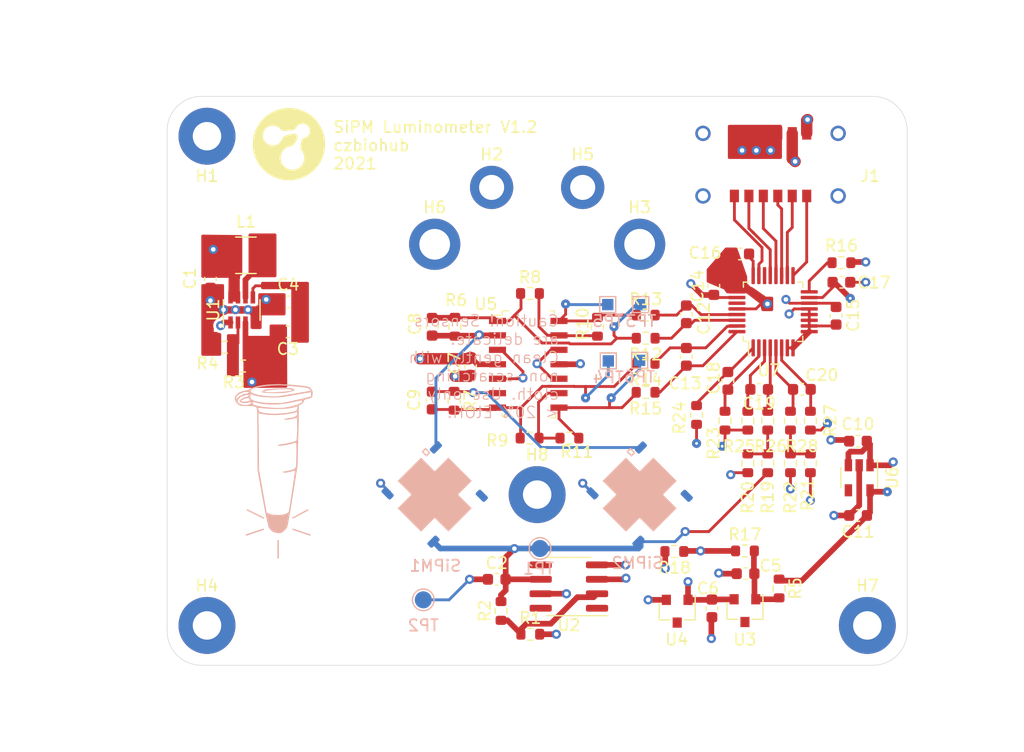
<source format=kicad_pcb>
(kicad_pcb (version 20171130) (host pcbnew "(5.1.9-0-10_14)")
  (layers (0 F.Cu signal) (1 In1.Cu signal) (2 In2.Cu signal) (31 B.Cu signal) (34 B.Paste user) (35 F.Paste user) (36 B.SilkS user) (37 F.SilkS user) (38 B.Mask user) (39 F.Mask user) (44 Edge.Cuts user))
  (net 0 "")
  (net 1 GNDA)
  (net 2 +5V)
  (net 3 "Net-(C3-Pad2)")
  (net 4 +3V0)
  (net 5 "Net-(C13-Pad1)")
  (net 6 +3V3)
  (net 7 /ADC0P)
  (net 8 /ADC0N)
  (net 9 /ADC1P)
  (net 10 /ADC1N)
  (net 11 /MOSI)
  (net 12 /MISO)
  (net 13 /SCLK)
  (net 14 /~CS)
  (net 15 "Net-(R3-Pad2)")
  (net 16 /BIAS)
  (net 17 /REF1.2V)
  (net 18 +34V)
  (net 19 "Net-(C9-Pad1)")
  (net 20 "Net-(C12-Pad2)")
  (net 21 "Net-(C12-Pad1)")
  (net 22 "Net-(C13-Pad2)")
  (net 23 /~DRDY)
  (net 24 "Net-(L1-Pad2)")
  (net 25 "Net-(R1-Pad1)")
  (net 26 "Net-(R10-Pad1)")
  (net 27 "Net-(R11-Pad1)")
  (net 28 "Net-(R16-Pad2)")
  (net 29 /GPCLK)
  (net 30 "Net-(C8-Pad2)")
  (net 31 "Net-(C16-Pad1)")
  (net 32 "Net-(C5-Pad1)")
  (net 33 /SiPM_REF)
  (net 34 "Net-(C18-Pad2)")
  (net 35 "Net-(C18-Pad1)")
  (net 36 "Net-(C19-Pad2)")
  (net 37 "Net-(C19-Pad1)")
  (net 38 "Net-(C20-Pad2)")
  (net 39 "Net-(C20-Pad1)")
  (net 40 "Net-(R19-Pad2)")
  (net 41 "Net-(R21-Pad2)")
  (module Luminometer_OPT101_Footprints:Harting_15210122401000 (layer F.Cu) (at 168 86)
    (fp_text reference J1 (at 8.75 1) (layer F.SilkS))
    (fp_text value Harting__15210122401000)
    (pad "" np_thru_hole circle (at 5.385 0) (size 1.6 1.6) (drill 1.6) (layers *.Cu *.Mask))
    (pad "" np_thru_hole circle (at -5.385 0) (size 1.6 1.6) (drill 1.6) (layers *.Cu *.Mask))
    (pad "" thru_hole circle (at -5.935 2.75) (size 1.35 1.35) (drill 0.9) (layers *.Cu *.Mask))
    (pad "" thru_hole circle (at 5.935 2.75) (size 1.35 1.35) (drill 0.9) (layers *.Cu *.Mask))
    (pad "" thru_hole circle (at 5.935 -2.75) (size 1.35 1.35) (drill 0.9) (layers *.Cu *.Mask))
    (pad "" thru_hole circle (at -5.935 -2.75) (size 1.35 1.35) (drill 0.9) (layers *.Cu *.Mask))
    (pad a6 smd rect (at -3.175 2.75) (size 0.8 1.1) (layers F.Cu F.Paste F.Mask) (net 29 /GPCLK))
    (pad a5 smd rect (at -1.905 2.75) (size 0.8 1.1) (layers F.Cu F.Paste F.Mask) (net 11 /MOSI))
    (pad a4 smd rect (at -0.635 2.75) (size 0.8 1.1) (layers F.Cu F.Paste F.Mask) (net 12 /MISO))
    (pad b1 smd rect (at 3.175 -2.75) (size 0.8 1.1) (layers F.Cu F.Paste F.Mask) (net 2 +5V))
    (pad b2 smd rect (at 1.905 -2.75) (size 0.8 1.1) (layers F.Cu F.Paste F.Mask) (net 6 +3V3))
    (pad b6 smd rect (at -3.175 -2.75) (size 0.8 1.1) (layers F.Cu F.Paste F.Mask) (net 1 GNDA))
    (pad a3 smd rect (at 0.635 2.75) (size 0.8 1.1) (layers F.Cu F.Paste F.Mask) (net 13 /SCLK))
    (pad a2 smd rect (at 1.905 2.75) (size 0.8 1.1) (layers F.Cu F.Paste F.Mask) (net 23 /~DRDY))
    (pad a1 smd rect (at 3.175 2.75) (size 0.8 1.1) (layers F.Cu F.Paste F.Mask) (net 14 /~CS))
    (pad b5 smd rect (at -1.905 -2.75) (size 0.8 1.1) (layers F.Cu F.Paste F.Mask) (net 1 GNDA))
    (pad b4 smd rect (at -0.635 -2.75) (size 0.8 1.1) (layers F.Cu F.Paste F.Mask) (net 1 GNDA))
    (pad b3 smd rect (at 0.635 -2.75) (size 0.8 1.1) (layers F.Cu F.Paste F.Mask) (net 1 GNDA))
  )
  (module Luminometer_OPT101_Footprints:OnSemi_CASE512 (layer B.Cu) (at 138.5 115 315)
    (fp_text reference SiPM1 (at 4.463965 4.386183 180) (layer B.SilkS) (effects (justify mirror)))
    (fp_text value MICROFC−60035−SMT)
    (pad 1 smd roundrect (at -2.85 -3 315) (size 0.6 1.1) (layers B.Cu B.Paste B.Mask) (net 30 "Net-(C8-Pad2)"))
    (pad 2 smd roundrect (at 3 -2.85 225) (size 0.6 1.1) (layers B.Cu B.Paste B.Mask))
    (pad 3 smd roundrect (at 2.85 3 315) (size 0.6 1.1) (layers B.Cu B.Paste B.Mask) (net 16 /BIAS))
    (pad 4 smd roundrect (at -3 2.85 225) (size 0.6 1.1) (layers B.Cu B.Paste B.Mask) (net 1 GNDA))
    (pad 5 smd custom (at 0 0 315) (size 2.9 2.9) (layers B.SilkS) (options (clearance outline) (anchor rect)) (primitives (gr_poly (pts (xy 1.45 -1.45) (xy 3.15 -1.45) (xy 3.15 1.45) (xy 1.45 1.45)) (width 0)) (gr_poly (pts (xy 1.45 1.45) (xy 1.45 3.15) (xy -1.45 3.15) (xy -1.45 1.45)) (width 0)) (gr_poly (pts (xy -1.45 1.45) (xy -3.15 1.45) (xy -3.15 -1.45) (xy -1.45 -1.45)) (width 0)) (gr_poly (pts (xy -1.45 -1.45) (xy -1.45 -3.15) (xy 1.45 -3.15) (xy 1.45 -1.45)) (width 0))))
  )
  (module Luminometer_OPT101_Footprints:OnSemi_CASE512 (layer B.Cu) (at 156.5 115 315)
    (fp_text reference SiPM2 (at 4.110412 4.386183) (layer B.SilkS) (effects (justify mirror)))
    (fp_text value MICROFC−60035−SMT)
    (pad 1 smd roundrect (at -2.85 -3 315) (size 0.6 1.1) (layers B.Cu B.Paste B.Mask) (net 19 "Net-(C9-Pad1)"))
    (pad 2 smd roundrect (at 3 -2.85 225) (size 0.6 1.1) (layers B.Cu B.Paste B.Mask))
    (pad 3 smd roundrect (at 2.85 3 315) (size 0.6 1.1) (layers B.Cu B.Paste B.Mask) (net 16 /BIAS))
    (pad 4 smd roundrect (at -3 2.85 225) (size 0.6 1.1) (layers B.Cu B.Paste B.Mask) (net 1 GNDA))
    (pad 5 smd custom (at 0 0 315) (size 2.9 2.9) (layers B.SilkS) (options (clearance outline) (anchor rect)) (primitives (gr_poly (pts (xy 1.45 -1.45) (xy 3.15 -1.45) (xy 3.15 1.45) (xy 1.45 1.45)) (width 0)) (gr_poly (pts (xy 1.45 1.45) (xy 1.45 3.15) (xy -1.45 3.15) (xy -1.45 1.45)) (width 0)) (gr_poly (pts (xy -1.45 1.45) (xy -3.15 1.45) (xy -3.15 -1.45) (xy -1.45 -1.45)) (width 0)) (gr_poly (pts (xy -1.45 -1.45) (xy -1.45 -3.15) (xy 1.45 -3.15) (xy 1.45 -1.45)) (width 0))))
  )
  (module digikey-footprints:SOIC-14_W3.9mm (layer F.Cu) (at 146.716 103.546 270)
    (fp_text reference U5 (at -5.296 3.716) (layer F.SilkS))
    (fp_text value ADA4522-4)
    (pad 14 smd rect (at -3.81 -2.7 270) (size 0.55 1.5) (layers F.Cu F.Paste F.Mask) (net 7 /ADC0P))
    (pad 13 smd rect (at -2.54 -2.7 270) (size 0.55 1.5) (layers F.Cu F.Paste F.Mask) (net 26 "Net-(R10-Pad1)"))
    (pad 12 smd rect (at -1.27 -2.7 270) (size 0.55 1.5) (layers F.Cu F.Paste F.Mask) (net 17 /REF1.2V))
    (pad 11 smd rect (at 0 -2.7 270) (size 0.55 1.5) (layers F.Cu F.Paste F.Mask) (net 1 GNDA))
    (pad 10 smd rect (at 1.27 -2.7 270) (size 0.55 1.5) (layers F.Cu F.Paste F.Mask) (net 17 /REF1.2V))
    (pad 9 smd rect (at 2.54 -2.7 270) (size 0.55 1.5) (layers F.Cu F.Paste F.Mask) (net 27 "Net-(R11-Pad1)"))
    (pad 8 smd rect (at 3.81 -2.7 270) (size 0.55 1.5) (layers F.Cu F.Paste F.Mask) (net 9 /ADC1P))
    (pad 7 smd rect (at 3.81 2.7 270) (size 0.55 1.5) (layers F.Cu F.Paste F.Mask) (net 10 /ADC1N))
    (pad 6 smd rect (at 2.54 2.7 270) (size 0.55 1.5) (layers F.Cu F.Paste F.Mask) (net 19 "Net-(C9-Pad1)"))
    (pad 5 smd rect (at 1.27 2.7 270) (size 0.55 1.5) (layers F.Cu F.Paste F.Mask) (net 33 /SiPM_REF))
    (pad 4 smd rect (at 0 2.7 270) (size 0.55 1.5) (layers F.Cu F.Paste F.Mask) (net 2 +5V))
    (pad 3 smd rect (at -1.27 2.7 270) (size 0.55 1.5) (layers F.Cu F.Paste F.Mask) (net 33 /SiPM_REF))
    (pad 2 smd rect (at -2.54 2.7 270) (size 0.55 1.5) (layers F.Cu F.Paste F.Mask) (net 30 "Net-(C8-Pad2)"))
    (pad 1 smd rect (at -3.81 2.7 270) (size 0.55 1.5) (layers F.Cu F.Paste F.Mask) (net 8 /ADC0N))
  )
  (module Luminometer_OPT101_Footprints:Untitled (layer F.Cu) (at 125.7 84.2)
    (fp_text reference G*** hide)
    (fp_text value LOGO hide)
  )
  (module Luminometer_OPT101_Footprints:pcrTube (layer B.Cu) (at 124.4 111.8 180)
    (fp_text reference G*** hide)
    (fp_text value LOGO hide)
  )
  (module MountingHole:MountingHole_2.5mm_Pad (layer F.Cu) (at 147.5 115)
    (fp_text reference H8 (at 0 -3.5) (layer F.SilkS))
    (fp_text value MountingHole)
    (pad 1 thru_hole circle (at 0 0) (size 5 5) (drill 2.5) (layers *.Cu *.Mask))
  )
  (module MountingHole:MountingHole_2.5mm_Pad (layer F.Cu) (at 176.5 126.5)
    (fp_text reference H7 (at 0 -3.5) (layer F.SilkS))
    (fp_text value MountingHole)
    (pad 1 thru_hole circle (at 0 0) (size 5 5) (drill 2.5) (layers *.Cu *.Mask))
  )
  (module MountingHole:MountingHole_2.7mm_M2.5_ISO14580_Pad (layer F.Cu) (at 138.5 93)
    (fp_text reference H6 (at 0 -3.25) (layer F.SilkS))
    (fp_text value MountingHole)
    (pad 1 thru_hole circle (at 0 0) (size 4.5 4.5) (drill 2.7) (layers *.Cu *.Mask))
  )
  (module MountingHole:MountingHole_2.2mm_M2_ISO14580_Pad (layer F.Cu) (at 151.5 88)
    (fp_text reference H5 (at 0 -2.9) (layer F.SilkS))
    (fp_text value MountingHole)
    (pad 1 thru_hole circle (at 0 0) (size 3.8 3.8) (drill 2.2) (layers *.Cu *.Mask))
  )
  (module MountingHole:MountingHole_2.5mm_Pad (layer F.Cu) (at 118.5 126.5)
    (fp_text reference H4 (at 0 -3.5) (layer F.SilkS))
    (fp_text value MountingHole)
    (pad 1 thru_hole circle (at 0 0) (size 5 5) (drill 2.5) (layers *.Cu *.Mask))
  )
  (module MountingHole:MountingHole_2.7mm_M2.5_ISO14580_Pad (layer F.Cu) (at 156.5 93)
    (fp_text reference H3 (at 0 -3.25) (layer F.SilkS))
    (fp_text value MountingHole)
    (pad 1 thru_hole circle (at 0 0) (size 4.5 4.5) (drill 2.7) (layers *.Cu *.Mask))
  )
  (module MountingHole:MountingHole_2.2mm_M2_ISO14580_Pad (layer F.Cu) (at 143.5 88)
    (fp_text reference H2 (at 0 -2.9) (layer F.SilkS))
    (fp_text value MountingHole)
    (pad 1 thru_hole circle (at 0 0) (size 3.8 3.8) (drill 2.2) (layers *.Cu *.Mask))
  )
  (module MountingHole:MountingHole_2.5mm_Pad (layer F.Cu) (at 118.5 83.5)
    (fp_text reference H1 (at 0 3.5) (layer F.SilkS))
    (fp_text value MountingHole)
    (pad 1 thru_hole circle (at 0 0) (size 5 5) (drill 2.5) (layers *.Cu *.Mask))
  )
  (module TestPoint:TestPoint_Pad_1.0x1.0mm (layer B.Cu) (at 156.5 103.2)
    (fp_text reference TP6 (at 0 1.448) (layer B.SilkS) (effects (justify mirror)))
    (fp_text value TestPoint)
    (pad 1 smd rect (at 0 0) (size 1 1) (layers B.Cu B.Mask) (net 9 /ADC1P))
  )
  (module TestPoint:TestPoint_Pad_1.0x1.0mm (layer B.Cu) (at 153.7 98.3)
    (fp_text reference TP5 (at 0 1.448) (layer B.SilkS) (effects (justify mirror)))
    (fp_text value TestPoint)
    (pad 1 smd rect (at 0 0) (size 1 1) (layers B.Cu B.Mask) (net 7 /ADC0P))
  )
  (module TestPoint:TestPoint_Pad_1.0x1.0mm (layer B.Cu) (at 156.6 98.3)
    (fp_text reference TP3 (at 0 1.448) (layer B.SilkS) (effects (justify mirror)))
    (fp_text value TestPoint)
    (pad 1 smd rect (at 0 0) (size 1 1) (layers B.Cu B.Mask) (net 8 /ADC0N))
  )
  (module TestPoint:TestPoint_Pad_1.0x1.0mm (layer B.Cu) (at 153.75 103.25)
    (fp_text reference TP4 (at 0 1.448) (layer B.SilkS) (effects (justify mirror)))
    (fp_text value TestPoint)
    (pad 1 smd rect (at 0 0) (size 1 1) (layers B.Cu B.Mask) (net 10 /ADC1N))
  )
  (module TestPoint:TestPoint_Pad_D1.5mm (layer B.Cu) (at 137.5 124.25)
    (fp_text reference TP2 (at 0 2.25) (layer B.SilkS) (effects (justify mirror)))
    (fp_text value TestPoint)
    (pad 1 smd circle (at 0 0) (size 1.5 1.5) (layers B.Cu B.Mask) (net 1 GNDA))
  )
  (module Resistor_SMD:R_0603_1608Metric (layer F.Cu) (at 169.75 108.5 270)
    (fp_text reference R28 (at 2.25 -1 180) (layer F.SilkS))
    (fp_text value 1k)
    (pad 2 smd roundrect (at 0.825 0 270) (size 0.8 0.95) (layers F.Cu F.Paste F.Mask) (net 41 "Net-(R21-Pad2)"))
    (pad 1 smd roundrect (at -0.825 0 270) (size 0.8 0.95) (layers F.Cu F.Paste F.Mask) (net 38 "Net-(C20-Pad2)"))
  )
  (module Resistor_SMD:R_0603_1608Metric (layer F.Cu) (at 171.5 108.5 270)
    (fp_text reference R27 (at 0 -1.75 90) (layer F.SilkS))
    (fp_text value 1k)
    (pad 2 smd roundrect (at 0.825 0 270) (size 0.8 0.95) (layers F.Cu F.Paste F.Mask) (net 17 /REF1.2V))
    (pad 1 smd roundrect (at -0.825 0 270) (size 0.8 0.95) (layers F.Cu F.Paste F.Mask) (net 39 "Net-(C20-Pad1)"))
  )
  (module Resistor_SMD:R_0603_1608Metric (layer F.Cu) (at 167.75 108.5 270)
    (fp_text reference R26 (at 2.25 -0.25 180) (layer F.SilkS))
    (fp_text value 1k)
    (pad 2 smd roundrect (at 0.825 0 270) (size 0.8 0.95) (layers F.Cu F.Paste F.Mask) (net 40 "Net-(R19-Pad2)"))
    (pad 1 smd roundrect (at -0.825 0 270) (size 0.8 0.95) (layers F.Cu F.Paste F.Mask) (net 36 "Net-(C19-Pad2)"))
  )
  (module Resistor_SMD:R_0603_1608Metric (layer F.Cu) (at 166 108.5 270)
    (fp_text reference R25 (at 2.25 0.75 180) (layer F.SilkS))
    (fp_text value 1k)
    (pad 2 smd roundrect (at 0.825 0 270) (size 0.8 0.95) (layers F.Cu F.Paste F.Mask) (net 17 /REF1.2V))
    (pad 1 smd roundrect (at -0.825 0 270) (size 0.8 0.95) (layers F.Cu F.Paste F.Mask) (net 37 "Net-(C19-Pad1)"))
  )
  (module Resistor_SMD:R_0603_1608Metric (layer F.Cu) (at 161.5 108 270)
    (fp_text reference R24 (at 0.25 1.5 90) (layer F.SilkS))
    (fp_text value 1k)
    (pad 2 smd roundrect (at 0.825 0 270) (size 0.8 0.95) (layers F.Cu F.Paste F.Mask) (net 33 /SiPM_REF))
    (pad 1 smd roundrect (at -0.825 0 270) (size 0.8 0.95) (layers F.Cu F.Paste F.Mask) (net 34 "Net-(C18-Pad2)"))
  )
  (module Resistor_SMD:R_0603_1608Metric (layer F.Cu) (at 164 108.5 270)
    (fp_text reference R23 (at 2 1 90) (layer F.SilkS))
    (fp_text value 1k)
    (pad 2 smd roundrect (at 0.825 0 270) (size 0.8 0.95) (layers F.Cu F.Paste F.Mask) (net 17 /REF1.2V))
    (pad 1 smd roundrect (at -0.825 0 270) (size 0.8 0.95) (layers F.Cu F.Paste F.Mask) (net 35 "Net-(C18-Pad1)"))
  )
  (module Resistor_SMD:R_0603_1608Metric (layer F.Cu) (at 169.75 112.25 270)
    (fp_text reference R22 (at 3 0 90) (layer F.SilkS))
    (fp_text value 100k)
    (pad 2 smd roundrect (at 0.825 0 270) (size 0.8 0.95) (layers F.Cu F.Paste F.Mask) (net 1 GNDA))
    (pad 1 smd roundrect (at -0.825 0 270) (size 0.8 0.95) (layers F.Cu F.Paste F.Mask) (net 41 "Net-(R21-Pad2)"))
  )
  (module Resistor_SMD:R_0603_1608Metric (layer F.Cu) (at 171.5 112.25 90)
    (fp_text reference R21 (at -2.75 -0.25 90) (layer F.SilkS))
    (fp_text value 2.7M)
    (pad 2 smd roundrect (at 0.825 0 90) (size 0.8 0.95) (layers F.Cu F.Paste F.Mask) (net 41 "Net-(R21-Pad2)"))
    (pad 1 smd roundrect (at -0.825 0 90) (size 0.8 0.95) (layers F.Cu F.Paste F.Mask) (net 18 +34V))
  )
  (module Resistor_SMD:R_0603_1608Metric (layer F.Cu) (at 166 112.25 270)
    (fp_text reference R20 (at 3 0 90) (layer F.SilkS))
    (fp_text value 100k)
    (pad 2 smd roundrect (at 0.825 0 270) (size 0.8 0.95) (layers F.Cu F.Paste F.Mask) (net 1 GNDA))
    (pad 1 smd roundrect (at -0.825 0 270) (size 0.8 0.95) (layers F.Cu F.Paste F.Mask) (net 40 "Net-(R19-Pad2)"))
  )
  (module Resistor_SMD:R_0603_1608Metric (layer F.Cu) (at 167.75 112.25 90)
    (fp_text reference R19 (at -3 0 90) (layer F.SilkS))
    (fp_text value 2.7M)
    (pad 2 smd roundrect (at 0.825 0 90) (size 0.8 0.95) (layers F.Cu F.Paste F.Mask) (net 40 "Net-(R19-Pad2)"))
    (pad 1 smd roundrect (at -0.825 0 90) (size 0.8 0.95) (layers F.Cu F.Paste F.Mask) (net 16 /BIAS))
  )
  (module Resistor_SMD:R_0603_1608Metric (layer F.Cu) (at 168.75 123.25 270)
    (fp_text reference R5 (at 0 -1.43 90) (layer F.SilkS))
    (fp_text value 180R)
    (pad 2 smd roundrect (at 0.825 0 270) (size 0.8 0.95) (layers F.Cu F.Paste F.Mask) (net 32 "Net-(C5-Pad1)"))
    (pad 1 smd roundrect (at -0.825 0 270) (size 0.8 0.95) (layers F.Cu F.Paste F.Mask) (net 4 +3V0))
  )
  (module Capacitor_SMD:C_0603_1608Metric (layer F.Cu) (at 170.75 105.75 180)
    (fp_text reference C20 (at -1.75 1.25) (layer F.SilkS))
    (fp_text value 10nF)
    (pad 2 smd roundrect (at 0.775 0 180) (size 0.9 0.95) (layers F.Cu F.Paste F.Mask) (net 38 "Net-(C20-Pad2)"))
    (pad 1 smd roundrect (at -0.775 0 180) (size 0.9 0.95) (layers F.Cu F.Paste F.Mask) (net 39 "Net-(C20-Pad1)"))
  )
  (module Capacitor_SMD:C_0603_1608Metric (layer F.Cu) (at 167 105.75)
    (fp_text reference C19 (at 0 1.25) (layer F.SilkS))
    (fp_text value 10nF)
    (pad 2 smd roundrect (at 0.775 0) (size 0.9 0.95) (layers F.Cu F.Paste F.Mask) (net 36 "Net-(C19-Pad2)"))
    (pad 1 smd roundrect (at -0.775 0) (size 0.9 0.95) (layers F.Cu F.Paste F.Mask) (net 37 "Net-(C19-Pad1)"))
  )
  (module Capacitor_SMD:C_0603_1608Metric (layer F.Cu) (at 164.25 105 90)
    (fp_text reference C18 (at 0.25 -1.25 90) (layer F.SilkS))
    (fp_text value 10nF)
    (pad 2 smd roundrect (at 0.775 0 90) (size 0.9 0.95) (layers F.Cu F.Paste F.Mask) (net 34 "Net-(C18-Pad2)"))
    (pad 1 smd roundrect (at -0.775 0 90) (size 0.9 0.95) (layers F.Cu F.Paste F.Mask) (net 35 "Net-(C18-Pad1)"))
  )
  (module Resistor_SMD:R_0603_1608Metric (layer F.Cu) (at 159.55 120 180)
    (fp_text reference R18 (at 0 -1.43) (layer F.SilkS))
    (fp_text value 1k)
    (pad 2 smd roundrect (at 0.825 0 180) (size 0.8 0.95) (layers F.Cu F.Paste F.Mask) (net 1 GNDA))
    (pad 1 smd roundrect (at -0.825 0 180) (size 0.8 0.95) (layers F.Cu F.Paste F.Mask) (net 33 /SiPM_REF))
  )
  (module Resistor_SMD:R_0603_1608Metric (layer F.Cu) (at 165.75 119.95 180)
    (fp_text reference R17 (at 0 1.45) (layer F.SilkS))
    (fp_text value 470R)
    (pad 2 smd roundrect (at 0.825 0 180) (size 0.8 0.95) (layers F.Cu F.Paste F.Mask) (net 33 /SiPM_REF))
    (pad 1 smd roundrect (at -0.825 0 180) (size 0.8 0.95) (layers F.Cu F.Paste F.Mask) (net 32 "Net-(C5-Pad1)"))
  )
  (module Capacitor_SMD:C_0603_1608Metric (layer F.Cu) (at 163.016 96.6685 90)
    (fp_text reference C14 (at 0 -1.43 90) (layer F.SilkS))
    (fp_text value 1uF)
    (pad 2 smd roundrect (at 0.775 0 90) (size 0.9 0.95) (layers F.Cu F.Paste F.Mask) (net 1 GNDA))
    (pad 1 smd roundrect (at -0.775 0 90) (size 0.9 0.95) (layers F.Cu F.Paste F.Mask) (net 6 +3V3))
  )
  (module Capacitor_SMD:C_0603_1608Metric (layer F.Cu) (at 125.6 100.7)
    (fp_text reference C3 (at 0 1.5) (layer F.SilkS))
    (fp_text value 220nF)
    (pad 2 smd roundrect (at 0.775 0) (size 0.9 0.95) (layers F.Cu F.Paste F.Mask) (net 3 "Net-(C3-Pad2)"))
    (pad 1 smd roundrect (at -0.775 0) (size 0.9 0.95) (layers F.Cu F.Paste F.Mask) (net 18 +34V))
  )
  (module Capacitor_SMD:C_0603_1608Metric (layer F.Cu) (at 118.8 96.05 270)
    (fp_text reference C1 (at -0.05 1.8 90) (layer F.SilkS))
    (fp_text value 1uF)
    (pad 2 smd roundrect (at 0.775 0 270) (size 0.9 0.95) (layers F.Cu F.Paste F.Mask) (net 1 GNDA))
    (pad 1 smd roundrect (at -0.775 0 270) (size 0.9 0.95) (layers F.Cu F.Paste F.Mask) (net 2 +5V))
  )
  (module Capacitor_SMD:C_0603_1608Metric (layer F.Cu) (at 165.8 121.95 180)
    (fp_text reference C5 (at -2.2 0.7) (layer F.SilkS))
    (fp_text value 220nF)
    (pad 2 smd roundrect (at 0.775 0 180) (size 0.9 0.95) (layers F.Cu F.Paste F.Mask) (net 1 GNDA))
    (pad 1 smd roundrect (at -0.775 0 180) (size 0.9 0.95) (layers F.Cu F.Paste F.Mask) (net 32 "Net-(C5-Pad1)"))
  )
  (module Capacitor_SMD:C_0603_1608Metric (layer F.Cu) (at 162.85 125 270)
    (fp_text reference C6 (at -1.75 0.35 180) (layer F.SilkS))
    (fp_text value 220nF)
    (pad 2 smd roundrect (at 0.775 0 270) (size 0.9 0.95) (layers F.Cu F.Paste F.Mask) (net 1 GNDA))
    (pad 1 smd roundrect (at -0.775 0 270) (size 0.9 0.95) (layers F.Cu F.Paste F.Mask) (net 17 /REF1.2V))
  )
  (module Capacitor_SMD:C_0603_1608Metric (layer F.Cu) (at 138.276 100.2475 270)
    (fp_text reference C8 (at -0.2475 1.526 90) (layer F.SilkS))
    (fp_text value 1uF)
    (pad 2 smd roundrect (at 0.775 0 270) (size 0.9 0.95) (layers F.Cu F.Paste F.Mask) (net 30 "Net-(C8-Pad2)"))
    (pad 1 smd roundrect (at -0.775 0 270) (size 0.9 0.95) (layers F.Cu F.Paste F.Mask) (net 8 /ADC0N))
  )
  (module Package_TO_SOT_SMD:SOT-23 (layer F.Cu) (at 159.8 125.25 270)
    (fp_text reference U4 (at 2.5 0.05) (layer F.SilkS))
    (fp_text value ADR512)
    (pad 3 smd rect (at 1 0 270) (size 0.9 0.8) (layers F.Cu F.Paste F.Mask))
    (pad 2 smd rect (at -1 0.95 270) (size 0.9 0.8) (layers F.Cu F.Paste F.Mask) (net 1 GNDA))
    (pad 1 smd rect (at -1 -0.95 270) (size 0.9 0.8) (layers F.Cu F.Paste F.Mask) (net 17 /REF1.2V))
  )
  (module Resistor_SMD:R_0603_1608Metric (layer F.Cu) (at 146.8335 110.035)
    (fp_text reference R9 (at -2.8335 0.215) (layer F.SilkS))
    (fp_text value 2k)
    (pad 2 smd roundrect (at 0.825 0) (size 0.8 0.95) (layers F.Cu F.Paste F.Mask) (net 27 "Net-(R11-Pad1)"))
    (pad 1 smd roundrect (at -0.825 0) (size 0.8 0.95) (layers F.Cu F.Paste F.Mask) (net 10 /ADC1N))
  )
  (module Resistor_SMD:R_0603_1608Metric (layer F.Cu) (at 152.796 100.2475 90)
    (fp_text reference R10 (at 0.2475 -1.296 270) (layer F.SilkS))
    (fp_text value 2k)
    (pad 2 smd roundrect (at 0.825 0 90) (size 0.8 0.95) (layers F.Cu F.Paste F.Mask) (net 7 /ADC0P))
    (pad 1 smd roundrect (at -0.825 0 90) (size 0.8 0.95) (layers F.Cu F.Paste F.Mask) (net 26 "Net-(R10-Pad1)"))
  )
  (module Resistor_SMD:R_0603_1608Metric (layer F.Cu) (at 157.0335 99.223 180)
    (fp_text reference R13 (at 0 1.397) (layer F.SilkS))
    (fp_text value 1k)
    (pad 2 smd roundrect (at 0.825 0 180) (size 0.8 0.95) (layers F.Cu F.Paste F.Mask) (net 7 /ADC0P))
    (pad 1 smd roundrect (at -0.825 0 180) (size 0.8 0.95) (layers F.Cu F.Paste F.Mask) (net 20 "Net-(C12-Pad2)"))
  )
  (module Resistor_SMD:R_0603_1608Metric (layer F.Cu) (at 157.0255 103.469 180)
    (fp_text reference R14 (at 0 -1.43) (layer F.SilkS))
    (fp_text value 1k)
    (pad 2 smd roundrect (at 0.825 0 180) (size 0.8 0.95) (layers F.Cu F.Paste F.Mask) (net 10 /ADC1N))
    (pad 1 smd roundrect (at -0.825 0 180) (size 0.8 0.95) (layers F.Cu F.Paste F.Mask) (net 5 "Net-(C13-Pad1)"))
  )
  (module Resistor_SMD:R_0603_1608Metric (layer F.Cu) (at 157.0255 106.009 180)
    (fp_text reference R15 (at 0 -1.43) (layer F.SilkS))
    (fp_text value 1k)
    (pad 2 smd roundrect (at 0.825 0 180) (size 0.8 0.95) (layers F.Cu F.Paste F.Mask) (net 9 /ADC1P))
    (pad 1 smd roundrect (at -0.825 0 180) (size 0.8 0.95) (layers F.Cu F.Paste F.Mask) (net 22 "Net-(C13-Pad2)"))
  )
  (module Capacitor_SMD:C_0603_1608Metric (layer F.Cu) (at 138.276 106.7315 270)
    (fp_text reference C9 (at -0.0595 1.585 90) (layer F.SilkS))
    (fp_text value 1uF)
    (pad 2 smd roundrect (at 0.775 0 270) (size 0.9 0.95) (layers F.Cu F.Paste F.Mask) (net 10 /ADC1N))
    (pad 1 smd roundrect (at -0.775 0 270) (size 0.9 0.95) (layers F.Cu F.Paste F.Mask) (net 19 "Net-(C9-Pad1)"))
  )
  (module Capacitor_SMD:C_0603_1608Metric (layer F.Cu) (at 175.6785 110.304 180)
    (fp_text reference C10 (at 0 1.5) (layer F.SilkS))
    (fp_text value 1uF)
    (pad 2 smd roundrect (at 0.775 0 180) (size 0.9 0.95) (layers F.Cu F.Paste F.Mask) (net 1 GNDA))
    (pad 1 smd roundrect (at -0.775 0 180) (size 0.9 0.95) (layers F.Cu F.Paste F.Mask) (net 2 +5V))
  )
  (module Capacitor_SMD:C_0603_1608Metric (layer F.Cu) (at 175.6885 116.834 180)
    (fp_text reference C11 (at 0 -1.43) (layer F.SilkS))
    (fp_text value 1uF)
    (pad 2 smd roundrect (at 0.775 0 180) (size 0.9 0.95) (layers F.Cu F.Paste F.Mask) (net 1 GNDA))
    (pad 1 smd roundrect (at -0.775 0 180) (size 0.9 0.95) (layers F.Cu F.Paste F.Mask) (net 4 +3V0))
  )
  (module Capacitor_SMD:C_0603_1608Metric (layer F.Cu) (at 160.603 102.8915 270)
    (fp_text reference C13 (at 2.3325 0.103 180) (layer F.SilkS))
    (fp_text value 10nF)
    (pad 2 smd roundrect (at 0.775 0 270) (size 0.9 0.95) (layers F.Cu F.Paste F.Mask) (net 22 "Net-(C13-Pad2)"))
    (pad 1 smd roundrect (at -0.775 0 270) (size 0.9 0.95) (layers F.Cu F.Paste F.Mask) (net 5 "Net-(C13-Pad1)"))
  )
  (module Capacitor_SMD:C_0603_1608Metric (layer F.Cu) (at 173.7555 99.2805 270)
    (fp_text reference C15 (at -0.0305 -1.4945 90) (layer F.SilkS))
    (fp_text value 220nF)
    (pad 2 smd roundrect (at 0.775 0 270) (size 0.9 0.95) (layers F.Cu F.Paste F.Mask) (net 1 GNDA))
    (pad 1 smd roundrect (at -0.775 0 270) (size 0.9 0.95) (layers F.Cu F.Paste F.Mask) (net 17 /REF1.2V))
  )
  (module Capacitor_SMD:C_0603_1608Metric (layer F.Cu) (at 165.3355 93.849 180)
    (fp_text reference C16 (at 3.0855 0.099) (layer F.SilkS))
    (fp_text value 220nF)
    (pad 2 smd roundrect (at 0.775 0 180) (size 0.9 0.95) (layers F.Cu F.Paste F.Mask) (net 1 GNDA))
    (pad 1 smd roundrect (at -0.775 0 180) (size 0.9 0.95) (layers F.Cu F.Paste F.Mask) (net 31 "Net-(C16-Pad1)"))
  )
  (module Capacitor_SMD:C_0603_1608Metric (layer F.Cu) (at 174.2255 96.334)
    (fp_text reference C17 (at 2.8575 0.035) (layer F.SilkS))
    (fp_text value 1uF)
    (pad 2 smd roundrect (at 0.775 0) (size 0.9 0.95) (layers F.Cu F.Paste F.Mask) (net 1 GNDA))
    (pad 1 smd roundrect (at -0.775 0) (size 0.9 0.95) (layers F.Cu F.Paste F.Mask) (net 4 +3V0))
  )
  (module Resistor_SMD:R_0603_1608Metric (layer F.Cu) (at 150.3335 110.035)
    (fp_text reference R11 (at 0.6665 1.215) (layer F.SilkS))
    (fp_text value 2k)
    (pad 2 smd roundrect (at 0.825 0) (size 0.8 0.95) (layers F.Cu F.Paste F.Mask) (net 9 /ADC1P))
    (pad 1 smd roundrect (at -0.825 0) (size 0.8 0.95) (layers F.Cu F.Paste F.Mask) (net 27 "Net-(R11-Pad1)"))
  )
  (module Package_QFP:LQFP-32_5x5mm_P0.5mm (layer F.Cu) (at 168.223 98.929 90)
    (fp_text reference U7 (at -5.152 -0.373 180) (layer F.SilkS))
    (fp_text value ADS131M08IPBS)
    (pad 32 smd roundrect (at -1.75 -3.175 90) (size 0.3 1.5) (layers F.Cu F.Paste F.Mask) (net 22 "Net-(C13-Pad2)"))
    (pad 31 smd roundrect (at -1.25 -3.175 90) (size 0.3 1.5) (layers F.Cu F.Paste F.Mask) (net 5 "Net-(C13-Pad1)"))
    (pad 30 smd roundrect (at -0.75 -3.175 90) (size 0.3 1.5) (layers F.Cu F.Paste F.Mask) (net 21 "Net-(C12-Pad1)"))
    (pad 29 smd roundrect (at -0.25 -3.175 90) (size 0.3 1.5) (layers F.Cu F.Paste F.Mask) (net 20 "Net-(C12-Pad2)"))
    (pad 28 smd roundrect (at 0.25 -3.175 90) (size 0.3 1.5) (layers F.Cu F.Paste F.Mask) (net 1 GNDA))
    (pad 27 smd roundrect (at 0.75 -3.175 90) (size 0.3 1.5) (layers F.Cu F.Paste F.Mask))
    (pad 26 smd roundrect (at 1.25 -3.175 90) (size 0.3 1.5) (layers F.Cu F.Paste F.Mask) (net 6 +3V3))
    (pad 25 smd roundrect (at 1.75 -3.175 90) (size 0.3 1.5) (layers F.Cu F.Paste F.Mask) (net 1 GNDA))
    (pad 24 smd roundrect (at 3.175 -1.75 90) (size 1.5 0.3) (layers F.Cu F.Paste F.Mask) (net 31 "Net-(C16-Pad1)"))
    (pad 23 smd roundrect (at 3.175 -1.25 90) (size 1.5 0.3) (layers F.Cu F.Paste F.Mask) (net 29 /GPCLK))
    (pad 22 smd roundrect (at 3.175 -0.75 90) (size 1.5 0.3) (layers F.Cu F.Paste F.Mask))
    (pad 21 smd roundrect (at 3.175 -0.25 90) (size 1.5 0.3) (layers F.Cu F.Paste F.Mask) (net 11 /MOSI))
    (pad 20 smd roundrect (at 3.175 0.25 90) (size 1.5 0.3) (layers F.Cu F.Paste F.Mask) (net 12 /MISO))
    (pad 19 smd roundrect (at 3.175 0.75 90) (size 1.5 0.3) (layers F.Cu F.Paste F.Mask) (net 13 /SCLK))
    (pad 18 smd roundrect (at 3.175 1.25 90) (size 1.5 0.3) (layers F.Cu F.Paste F.Mask) (net 23 /~DRDY))
    (pad 17 smd roundrect (at 3.175 1.75 90) (size 1.5 0.3) (layers F.Cu F.Paste F.Mask) (net 14 /~CS))
    (pad 16 smd roundrect (at 1.75 3.175 90) (size 0.3 1.5) (layers F.Cu F.Paste F.Mask) (net 28 "Net-(R16-Pad2)"))
    (pad 15 smd roundrect (at 1.25 3.175 90) (size 0.3 1.5) (layers F.Cu F.Paste F.Mask) (net 4 +3V0))
    (pad 14 smd roundrect (at 0.75 3.175 90) (size 0.3 1.5) (layers F.Cu F.Paste F.Mask) (net 17 /REF1.2V))
    (pad 13 smd roundrect (at 0.25 3.175 90) (size 0.3 1.5) (layers F.Cu F.Paste F.Mask) (net 1 GNDA))
    (pad 12 smd roundrect (at -0.25 3.175 90) (size 0.3 1.5) (layers F.Cu F.Paste F.Mask) (net 1 GNDA))
    (pad 11 smd roundrect (at -0.75 3.175 90) (size 0.3 1.5) (layers F.Cu F.Paste F.Mask) (net 1 GNDA))
    (pad 10 smd roundrect (at -1.25 3.175 90) (size 0.3 1.5) (layers F.Cu F.Paste F.Mask) (net 1 GNDA))
    (pad 9 smd roundrect (at -1.75 3.175 90) (size 0.3 1.5) (layers F.Cu F.Paste F.Mask) (net 1 GNDA))
    (pad 8 smd roundrect (at -3.175 1.75 90) (size 1.5 0.3) (layers F.Cu F.Paste F.Mask) (net 1 GNDA))
    (pad 7 smd roundrect (at -3.175 1.25 90) (size 1.5 0.3) (layers F.Cu F.Paste F.Mask) (net 1 GNDA))
    (pad 6 smd roundrect (at -3.175 0.75 90) (size 1.5 0.3) (layers F.Cu F.Paste F.Mask) (net 39 "Net-(C20-Pad1)"))
    (pad 5 smd roundrect (at -3.175 0.25 90) (size 1.5 0.3) (layers F.Cu F.Paste F.Mask) (net 38 "Net-(C20-Pad2)"))
    (pad 4 smd roundrect (at -3.175 -0.25 90) (size 1.5 0.3) (layers F.Cu F.Paste F.Mask) (net 36 "Net-(C19-Pad2)"))
    (pad 3 smd roundrect (at -3.175 -0.75 90) (size 1.5 0.3) (layers F.Cu F.Paste F.Mask) (net 37 "Net-(C19-Pad1)"))
    (pad 2 smd roundrect (at -3.175 -1.25 90) (size 1.5 0.3) (layers F.Cu F.Paste F.Mask) (net 35 "Net-(C18-Pad1)"))
    (pad 1 smd roundrect (at -3.175 -1.75 90) (size 1.5 0.3) (layers F.Cu F.Paste F.Mask) (net 34 "Net-(C18-Pad2)"))
  )
  (module Capacitor_SMD:C_0603_1608Metric (layer F.Cu) (at 143.9495 122.447)
    (fp_text reference C2 (at 0 -1.43) (layer F.SilkS))
    (fp_text value 220nF)
    (pad 2 smd roundrect (at 0.775 0) (size 0.9 0.95) (layers F.Cu F.Paste F.Mask) (net 16 /BIAS))
    (pad 1 smd roundrect (at -0.775 0) (size 0.9 0.95) (layers F.Cu F.Paste F.Mask) (net 1 GNDA))
  )
  (module Resistor_SMD:R_0603_1608Metric (layer F.Cu) (at 146.896 127.273)
    (fp_text reference R1 (at 0 -1.43 180) (layer F.SilkS))
    (fp_text value 1k)
    (pad 2 smd roundrect (at 0.825 0) (size 0.8 0.95) (layers F.Cu F.Paste F.Mask) (net 1 GNDA))
    (pad 1 smd roundrect (at -0.825 0) (size 0.8 0.95) (layers F.Cu F.Paste F.Mask) (net 25 "Net-(R1-Pad1)"))
  )
  (module Resistor_SMD:R_0603_1608Metric (layer F.Cu) (at 121.65 103.7 180)
    (fp_text reference R3 (at 0.7875 -1.43) (layer F.SilkS))
    (fp_text value 2.7M)
    (pad 2 smd roundrect (at 0.825 0 180) (size 0.8 0.95) (layers F.Cu F.Paste F.Mask) (net 15 "Net-(R3-Pad2)"))
    (pad 1 smd roundrect (at -0.825 0 180) (size 0.8 0.95) (layers F.Cu F.Paste F.Mask) (net 18 +34V))
  )
  (module Resistor_SMD:R_0603_1608Metric (layer F.Cu) (at 120.05 102.05 180)
    (fp_text reference R4 (at 1.5 -1.43) (layer F.SilkS))
    (fp_text value 100k)
    (pad 2 smd roundrect (at 0.825 0 180) (size 0.8 0.95) (layers F.Cu F.Paste F.Mask) (net 1 GNDA))
    (pad 1 smd roundrect (at -0.825 0 180) (size 0.8 0.95) (layers F.Cu F.Paste F.Mask) (net 15 "Net-(R3-Pad2)"))
  )
  (module Capacitor_SMD:C_0603_1608Metric (layer F.Cu) (at 125.65 98.05 180)
    (fp_text reference C4 (at 0 1.5) (layer F.SilkS))
    (fp_text value 330nF)
    (pad 2 smd roundrect (at 0.775 0 180) (size 0.9 0.95) (layers F.Cu F.Paste F.Mask) (net 1 GNDA))
    (pad 1 smd roundrect (at -0.775 0 180) (size 0.9 0.95) (layers F.Cu F.Paste F.Mask) (net 3 "Net-(C3-Pad2)"))
  )
  (module Luminometer_OPT101_Footprints:L_1212_3030Metric (layer F.Cu) (at 121.919 93.967)
    (fp_text reference L1 (at 0 -2.95) (layer F.SilkS))
    (fp_text value " ")
    (pad 1 smd rect (at -1.05 0) (size 1.3 3.4) (layers F.Cu F.Paste F.Mask) (net 2 +5V))
    (pad 2 smd rect (at 1.05 0) (size 1.3 3.4) (layers F.Cu F.Paste F.Mask) (net 24 "Net-(L1-Pad2)"))
  )
  (module Capacitor_SMD:C_0603_1608Metric (layer F.Cu) (at 141.644 103.7255 270)
    (fp_text reference C7 (at -0.278 1.413 90) (layer F.SilkS))
    (fp_text value 1uF)
    (pad 2 smd roundrect (at 0.775 0 270) (size 0.9 0.95) (layers F.Cu F.Paste F.Mask) (net 1 GNDA))
    (pad 1 smd roundrect (at -0.775 0 270) (size 0.9 0.95) (layers F.Cu F.Paste F.Mask) (net 2 +5V))
  )
  (module Package_TO_SOT_SMD:SOT-23-8 (layer F.Cu) (at 121.549 98.772 90)
    (fp_text reference U1 (at 0 -2.5 90) (layer F.SilkS))
    (fp_text value LT3464)
    (pad 8 smd rect (at 1.1 -0.98 90) (size 1.06 0.4) (layers F.Cu F.Paste F.Mask) (net 2 +5V))
    (pad 7 smd rect (at 1.1 -0.33 90) (size 1.06 0.4) (layers F.Cu F.Paste F.Mask) (net 2 +5V))
    (pad 6 smd rect (at 1.1 0.33 90) (size 1.06 0.4) (layers F.Cu F.Paste F.Mask) (net 24 "Net-(L1-Pad2)"))
    (pad 5 smd rect (at 1.1 0.98 90) (size 1.06 0.4) (layers F.Cu F.Paste F.Mask) (net 3 "Net-(C3-Pad2)"))
    (pad 4 smd rect (at -1.1 0.98 90) (size 1.06 0.4) (layers F.Cu F.Paste F.Mask) (net 1 GNDA))
    (pad 3 smd rect (at -1.1 0.33 90) (size 1.06 0.4) (layers F.Cu F.Paste F.Mask) (net 18 +34V))
    (pad 2 smd rect (at -1.1 -0.33 90) (size 1.06 0.4) (layers F.Cu F.Paste F.Mask) (net 15 "Net-(R3-Pad2)"))
    (pad 1 smd rect (at -1.1 -0.98 90) (size 1.06 0.4) (layers F.Cu F.Paste F.Mask) (net 2 +5V))
  )
  (module Package_TO_SOT_SMD:SOT-23 (layer F.Cu) (at 165.75 125.2 270)
    (fp_text reference U3 (at 2.55 0 180) (layer F.SilkS))
    (fp_text value ADR512)
    (pad 3 smd rect (at 1 0 270) (size 0.9 0.8) (layers F.Cu F.Paste F.Mask))
    (pad 2 smd rect (at -1 0.95 270) (size 0.9 0.8) (layers F.Cu F.Paste F.Mask) (net 17 /REF1.2V))
    (pad 1 smd rect (at -1 -0.95 270) (size 0.9 0.8) (layers F.Cu F.Paste F.Mask) (net 32 "Net-(C5-Pad1)"))
  )
  (module Package_TO_SOT_SMD:SOT-23-5 (layer F.Cu) (at 175.786 113.524 270)
    (fp_text reference U6 (at 0 -2.9 90) (layer F.SilkS))
    (fp_text value LP5907MFX-3)
    (pad 5 smd rect (at 1.1 -0.95 270) (size 1.06 0.65) (layers F.Cu F.Paste F.Mask) (net 4 +3V0))
    (pad 4 smd rect (at 1.1 0.95 270) (size 1.06 0.65) (layers F.Cu F.Paste F.Mask))
    (pad 3 smd rect (at -1.1 0.95 270) (size 1.06 0.65) (layers F.Cu F.Paste F.Mask) (net 2 +5V))
    (pad 2 smd rect (at -1.1 0 270) (size 1.06 0.65) (layers F.Cu F.Paste F.Mask) (net 1 GNDA))
    (pad 1 smd rect (at -1.1 -0.95 270) (size 1.06 0.65) (layers F.Cu F.Paste F.Mask) (net 2 +5V))
  )
  (module Resistor_SMD:R_0603_1608Metric (layer F.Cu) (at 140.276 100.2475 90)
    (fp_text reference R6 (at 2.3385 0.098 180) (layer F.SilkS))
    (fp_text value 25k)
    (pad 2 smd roundrect (at 0.825 0 90) (size 0.8 0.95) (layers F.Cu F.Paste F.Mask) (net 8 /ADC0N))
    (pad 1 smd roundrect (at -0.825 0 90) (size 0.8 0.95) (layers F.Cu F.Paste F.Mask) (net 30 "Net-(C8-Pad2)"))
  )
  (module Resistor_SMD:R_0603_1608Metric (layer F.Cu) (at 146.8685 97.323)
    (fp_text reference R8 (at 0 -1.43) (layer F.SilkS))
    (fp_text value 2k)
    (pad 2 smd roundrect (at 0.825 0) (size 0.8 0.95) (layers F.Cu F.Paste F.Mask) (net 26 "Net-(R10-Pad1)"))
    (pad 1 smd roundrect (at -0.825 0) (size 0.8 0.95) (layers F.Cu F.Paste F.Mask) (net 8 /ADC0N))
  )
  (module Resistor_SMD:R_0603_1608Metric (layer F.Cu) (at 157.0335 101.255 180)
    (fp_text reference R12 (at 0 -1.43) (layer F.SilkS))
    (fp_text value 1k)
    (pad 2 smd roundrect (at 0.825 0 180) (size 0.8 0.95) (layers F.Cu F.Paste F.Mask) (net 8 /ADC0N))
    (pad 1 smd roundrect (at -0.825 0 180) (size 0.8 0.95) (layers F.Cu F.Paste F.Mask) (net 21 "Net-(C12-Pad1)"))
  )
  (module Package_SO:SOIC-8_3.9x4.9mm_P1.27mm (layer F.Cu) (at 150.284 123.081 180)
    (fp_text reference U2 (at 0 -3.4 180) (layer F.SilkS))
    (fp_text value ADA4522-1)
    (pad 8 smd roundrect (at 2.475 -1.905 180) (size 1.95 0.6) (layers F.Cu F.Paste F.Mask))
    (pad 7 smd roundrect (at 2.475 -0.635 180) (size 1.95 0.6) (layers F.Cu F.Paste F.Mask) (net 18 +34V))
    (pad 6 smd roundrect (at 2.475 0.635 180) (size 1.95 0.6) (layers F.Cu F.Paste F.Mask) (net 16 /BIAS))
    (pad 5 smd roundrect (at 2.475 1.905 180) (size 1.95 0.6) (layers F.Cu F.Paste F.Mask))
    (pad 4 smd roundrect (at -2.475 1.905 180) (size 1.95 0.6) (layers F.Cu F.Paste F.Mask) (net 1 GNDA))
    (pad 3 smd roundrect (at -2.475 0.635 180) (size 1.95 0.6) (layers F.Cu F.Paste F.Mask) (net 17 /REF1.2V))
    (pad 2 smd roundrect (at -2.475 -0.635 180) (size 1.95 0.6) (layers F.Cu F.Paste F.Mask) (net 25 "Net-(R1-Pad1)"))
    (pad 1 smd roundrect (at -2.475 -1.905 180) (size 1.95 0.6) (layers F.Cu F.Paste F.Mask))
  )
  (module Resistor_SMD:R_0603_1608Metric (layer F.Cu) (at 174.2255 94.619 180)
    (fp_text reference R16 (at 0 1.5) (layer F.SilkS))
    (fp_text value 470)
    (pad 2 smd roundrect (at 0.825 0 180) (size 0.8 0.95) (layers F.Cu F.Paste F.Mask) (net 28 "Net-(R16-Pad2)"))
    (pad 1 smd roundrect (at -0.825 0 180) (size 0.8 0.95) (layers F.Cu F.Paste F.Mask) (net 6 +3V3))
  )
  (module TestPoint:TestPoint_Pad_D1.5mm (layer B.Cu) (at 147.75 119.737 90)
    (fp_text reference TP1 (at -1.778 -0.127) (layer B.SilkS) (effects (justify mirror)))
    (fp_text value TestPoint)
    (pad 1 smd circle (at 0 0 90) (size 1.5 1.5) (layers B.Cu B.Mask) (net 16 /BIAS))
  )
  (module Capacitor_SMD:C_0603_1608Metric (layer F.Cu) (at 160.603 99.1565 90)
    (fp_text reference C12 (at -0.3525 1.532 270) (layer F.SilkS))
    (fp_text value 10nF)
    (pad 2 smd roundrect (at 0.775 0 90) (size 0.9 0.95) (layers F.Cu F.Paste F.Mask) (net 20 "Net-(C12-Pad2)"))
    (pad 1 smd roundrect (at -0.775 0 90) (size 0.9 0.95) (layers F.Cu F.Paste F.Mask) (net 21 "Net-(C12-Pad1)"))
  )
  (module Resistor_SMD:R_0603_1608Metric (layer F.Cu) (at 144.325 125.225 90)
    (fp_text reference R2 (at 0 -1.43 90) (layer F.SilkS))
    (fp_text value 25k)
    (pad 2 smd roundrect (at 0.825 0 90) (size 0.8 0.95) (layers F.Cu F.Paste F.Mask) (net 16 /BIAS))
    (pad 1 smd roundrect (at -0.825 0 90) (size 0.8 0.95) (layers F.Cu F.Paste F.Mask) (net 25 "Net-(R1-Pad1)"))
  )
  (module Resistor_SMD:R_0603_1608Metric (layer F.Cu) (at 140.2 106.75 270)
    (fp_text reference R7 (at 0 -1.43 90) (layer F.SilkS))
    (fp_text value 25k)
    (pad 2 smd roundrect (at 0.825 0 270) (size 0.8 0.95) (layers F.Cu F.Paste F.Mask) (net 10 /ADC1N))
    (pad 1 smd roundrect (at -0.825 0 270) (size 0.8 0.95) (layers F.Cu F.Paste F.Mask) (net 19 "Net-(C9-Pad1)"))
  )
  (gr_line (start 122.05 116.35) (end 123.45 117.05) (layer B.SilkS) (width 0.12))
  (gr_line (start 123.45 118.05) (end 121.95 118.55) (layer B.SilkS) (width 0.12))
  (gr_line (start 124.75 119.05) (end 124.75 120.565475) (layer B.SilkS) (width 0.12))
  (gr_line (start 126.05 118.05) (end 127.55 118.55) (layer B.SilkS) (width 0.12))
  (gr_line (start 126.05 117.05) (end 127.35 116.35) (layer B.SilkS) (width 0.12))
  (gr_arc (start 118 127) (end 115 127) (angle -90) (layer Edge.Cuts) (width 0.05))
  (gr_arc (start 177 127) (end 177 130) (angle -90) (layer Edge.Cuts) (width 0.05))
  (gr_arc (start 177 83) (end 180 83) (angle -90) (layer Edge.Cuts) (width 0.05))
  (gr_arc (start 118 83) (end 118 80) (angle -90) (layer Edge.Cuts) (width 0.05))
  (gr_line (start 177 80) (end 118 80) (layer Edge.Cuts) (width 0.05))
  (gr_line (start 180 83) (end 180 127) (layer Edge.Cuts) (width 0.05))
  (gr_text "Caution! Sensors\nare delicate.\nClean gently with \nnon-scratching \ncloth. Use only \n< 20% EtOH." (at 149.5 103.75) (layer B.SilkS) (effects (font (size 1 1) (thickness 0.1)) (justify left mirror)))
  (gr_text "SiPM Luminometer V1.2\nczbiohub\n2021" (at 129.5 84.3) (layer F.SilkS) (effects (font (size 1 1)) (justify left)))
  (gr_line (start 115 127) (end 115 83) (layer Edge.Cuts) (width 0.05))
  (gr_line (start 177 130) (end 118 130) (layer Edge.Cuts) (width 0.05))
  (via (at 163.45 121.9) (size 0.8) (drill 0.4) (layers F.Cu B.Cu) (net 1))
  (via (at 173.3 110.2) (size 0.8) (drill 0.4) (layers F.Cu B.Cu) (net 1))
  (via (at 169.628 99.128) (size 0.8) (drill 0.4) (layers F.Cu B.Cu) (net 1))
  (via (at 173.563 116.834) (size 0.8) (drill 0.4) (layers F.Cu B.Cu) (net 1))
  (via (at 176.359 96.334) (size 0.8) (drill 0.4) (layers F.Cu B.Cu) (net 1))
  (via (at 155.278 121.177) (size 0.8) (drill 0.4) (layers F.Cu B.Cu) (net 1))
  (via (at 141.562 122.447) (size 0.8) (drill 0.4) (layers F.Cu B.Cu) (net 1))
  (via (at 149.182 127.273) (size 0.8) (drill 0.4) (layers F.Cu B.Cu) (net 1))
  (via (at 123.7 97.85) (size 0.8) (drill 0.4) (layers F.Cu B.Cu) (net 1))
  (via (at 140.3 104.6) (size 0.8) (drill 0.4) (layers F.Cu B.Cu) (net 1))
  (via (at 151.296 103.497) (size 0.8) (drill 0.4) (layers F.Cu B.Cu) (net 1))
  (via (at 167.723 98.239) (size 0.8) (drill 0.4) (layers F.Cu B.Cu) (net 1))
  (segment (start 151.247 103.546) (end 151.296 103.497) (width 0.5) (layer F.Cu) (net 1))
  (segment (start 149.416 103.546) (end 151.247 103.546) (width 0.5) (layer F.Cu) (net 1))
  (segment (start 143.162 122.447) (end 141.562 122.447) (width 0.5) (layer F.Cu) (net 1))
  (segment (start 147.6835 127.273) (end 149.182 127.273) (width 0.5) (layer F.Cu) (net 1))
  (segment (start 152.76 121.177) (end 152.759 121.176) (width 0.5) (layer F.Cu) (net 1))
  (segment (start 155.278 121.177) (end 152.76 121.177) (width 0.5) (layer F.Cu) (net 1))
  (segment (start 165.798 98.679) (end 165.048 98.679) (width 0.25) (layer F.Cu) (net 1))
  (segment (start 167.157315 98.239) (end 166.717315 98.679) (width 0.25) (layer F.Cu) (net 1))
  (segment (start 166.717315 98.679) (end 165.798 98.679) (width 0.25) (layer F.Cu) (net 1))
  (segment (start 167.723 98.239) (end 167.157315 98.239) (width 0.25) (layer F.Cu) (net 1))
  (segment (start 171.398 100.679) (end 171.398 100.179) (width 0.25) (layer F.Cu) (net 1))
  (segment (start 171.398 100.179) (end 171.398 99.679) (width 0.25) (layer F.Cu) (net 1))
  (segment (start 171.398 99.679) (end 171.398 99.179) (width 0.25) (layer F.Cu) (net 1))
  (segment (start 171.398 99.179) (end 171.398 98.679) (width 0.25) (layer F.Cu) (net 1))
  (segment (start 173.819 100.1315) (end 173.7555 100.068) (width 0.25) (layer F.Cu) (net 1))
  (segment (start 173.6445 100.179) (end 173.7555 100.068) (width 0.25) (layer F.Cu) (net 1))
  (segment (start 171.398 100.179) (end 173.6445 100.179) (width 0.25) (layer F.Cu) (net 1))
  (segment (start 175.013 96.334) (end 176.359 96.334) (width 0.25) (layer F.Cu) (net 1))
  (segment (start 170.077 98.679) (end 169.628 99.128) (width 0.25) (layer F.Cu) (net 1))
  (segment (start 171.398 98.679) (end 170.077 98.679) (width 0.25) (layer F.Cu) (net 1))
  (segment (start 175.786 115.949) (end 174.901 116.834) (width 0.5) (layer F.Cu) (net 1))
  (segment (start 175.786 112.424) (end 175.786 115.949) (width 0.5) (layer F.Cu) (net 1))
  (segment (start 174.817 110.23) (end 174.891 110.304) (width 0.5) (layer F.Cu) (net 1))
  (segment (start 173.563 116.834) (end 174.901 116.834) (width 0.5) (layer F.Cu) (net 1))
  (via (at 133.75 114) (size 0.8) (drill 0.4) (layers F.Cu B.Cu) (net 1))
  (via (at 151.5 114) (size 0.8) (drill 0.4) (layers F.Cu B.Cu) (net 1))
  (segment (start 169.973 102.104) (end 171.398 100.679) (width 0.5) (layer F.Cu) (net 1))
  (via (at 162.8 127.65) (size 0.8) (drill 0.4) (layers F.Cu B.Cu) (net 1))
  (segment (start 174.787 110.2) (end 174.891 110.304) (width 0.5) (layer F.Cu) (net 1))
  (segment (start 173.3 110.2) (end 174.787 110.2) (width 0.5) (layer F.Cu) (net 1))
  (segment (start 163.5 121.95) (end 163.45 121.9) (width 0.5) (layer F.Cu) (net 1))
  (segment (start 165.0125 121.95) (end 163.5 121.95) (width 0.5) (layer F.Cu) (net 1))
  (segment (start 162.8 127.65) (end 162.8 126.0375) (width 0.5) (layer F.Cu) (net 1))
  (via (at 119.95 98.75) (size 0.8) (drill 0.4) (layers F.Cu B.Cu) (net 1))
  (via (at 157.25 124.25) (size 0.8) (drill 0.4) (layers F.Cu B.Cu) (net 1))
  (segment (start 157.25 124.25) (end 158.85 124.25) (width 0.5) (layer F.Cu) (net 1))
  (via (at 158.75 121.5) (size 0.8) (drill 0.4) (layers F.Cu B.Cu) (net 1))
  (via (at 165.5 84.75) (size 0.8) (drill 0.4) (layers F.Cu B.Cu) (net 1))
  (via (at 166.75 84.75) (size 0.8) (drill 0.4) (layers F.Cu B.Cu) (net 1))
  (via (at 121 98.75) (size 0.8) (drill 0.4) (layers F.Cu B.Cu) (net 1))
  (via (at 122.1 98.75) (size 0.8) (drill 0.4) (layers F.Cu B.Cu) (net 1))
  (via (at 118.8 97.95) (size 0.8) (drill 0.4) (layers F.Cu B.Cu) (net 1))
  (segment (start 141.557 104.6) (end 141.644 104.513) (width 1) (layer F.Cu) (net 1))
  (segment (start 140.3 104.6) (end 141.557 104.6) (width 1) (layer F.Cu) (net 1))
  (segment (start 152.5 114.944359) (end 152.558425 114.885934) (width 0.25) (layer B.Cu) (net 1))
  (segment (start 134.558425 114.808425) (end 133.75 114) (width 0.25) (layer B.Cu) (net 1))
  (segment (start 134.558425 114.885934) (end 134.558425 114.808425) (width 0.25) (layer B.Cu) (net 1))
  (segment (start 152.385934 114.885934) (end 151.5 114) (width 0.25) (layer B.Cu) (net 1))
  (segment (start 152.558425 114.885934) (end 152.385934 114.885934) (width 0.25) (layer B.Cu) (net 1))
  (via (at 168 84.75) (size 0.8) (drill 0.4) (layers F.Cu B.Cu) (net 1))
  (segment (start 158.75 120.0125) (end 158.7625 120) (width 0.5) (layer F.Cu) (net 1))
  (segment (start 158.75 121.5) (end 158.75 120.0125) (width 0.5) (layer F.Cu) (net 1))
  (segment (start 166.663 97.179) (end 167.723 98.239) (width 0.25) (layer F.Cu) (net 1))
  (segment (start 165.048 97.179) (end 166.663 97.179) (width 0.25) (layer F.Cu) (net 1))
  (segment (start 169.473 102.104) (end 169.973 102.104) (width 0.25) (layer F.Cu) (net 1))
  (via (at 164.5 113.25) (size 0.8) (drill 0.4) (layers F.Cu B.Cu) (net 1))
  (via (at 169.75 114.5) (size 0.8) (drill 0.4) (layers F.Cu B.Cu) (net 1))
  (segment (start 169.75 113.075) (end 169.75 114.5) (width 0.25) (layer F.Cu) (net 1))
  (segment (start 164.675 113.075) (end 164.5 113.25) (width 0.25) (layer F.Cu) (net 1))
  (segment (start 166 113.075) (end 164.675 113.075) (width 0.25) (layer F.Cu) (net 1))
  (segment (start 139.759 124.25) (end 141.562 122.447) (width 0.25) (layer B.Cu) (net 1))
  (segment (start 137.5 124.25) (end 139.759 124.25) (width 0.25) (layer B.Cu) (net 1))
  (via (at 119.7 100.15) (size 0.8) (drill 0.4) (layers F.Cu B.Cu) (net 2))
  (via (at 137.21 103.06) (size 0.8) (drill 0.4) (layers F.Cu B.Cu) (net 2))
  (via (at 119.05 93.45) (size 0.8) (drill 0.4) (layers F.Cu B.Cu) (net 2))
  (via (at 178.77 112.135) (size 0.8) (drill 0.4) (layers F.Cu B.Cu) (net 2))
  (via (at 171.25 82.038) (size 0.8) (drill 0.4) (layers F.Cu B.Cu) (net 2))
  (segment (start 120.569 94.267) (end 120.869 93.967) (width 0.5) (layer F.Cu) (net 2))
  (segment (start 176.466 110.779) (end 176.466 110.304) (width 0.5) (layer F.Cu) (net 2))
  (segment (start 176.01599 111.22901) (end 176.466 110.779) (width 0.5) (layer F.Cu) (net 2))
  (segment (start 175.00099 111.22901) (end 176.01599 111.22901) (width 0.5) (layer F.Cu) (net 2))
  (segment (start 174.836 111.394) (end 175.00099 111.22901) (width 0.5) (layer F.Cu) (net 2))
  (segment (start 174.836 112.424) (end 174.836 111.394) (width 0.5) (layer F.Cu) (net 2))
  (segment (start 176.736 110.574) (end 176.466 110.304) (width 0.5) (layer F.Cu) (net 2))
  (segment (start 176.736 112.424) (end 176.736 110.574) (width 0.5) (layer F.Cu) (net 2))
  (segment (start 141.522 103.06) (end 141.644 102.938) (width 1) (layer F.Cu) (net 2))
  (segment (start 137.21 103.06) (end 141.522 103.06) (width 1) (layer F.Cu) (net 2))
  (segment (start 119.978 99.872) (end 119.7 100.15) (width 0.5) (layer F.Cu) (net 2))
  (segment (start 120.569 99.872) (end 119.978 99.872) (width 0.5) (layer F.Cu) (net 2))
  (segment (start 142.252 103.546) (end 141.644 102.938) (width 0.5) (layer F.Cu) (net 2))
  (segment (start 144.016 103.546) (end 142.252 103.546) (width 0.5) (layer F.Cu) (net 2))
  (segment (start 171.175 82.113) (end 171.25 82.038) (width 1) (layer F.Cu) (net 2))
  (segment (start 171.175 83.25) (end 171.175 82.113) (width 1) (layer F.Cu) (net 2))
  (segment (start 178.481 112.424) (end 178.77 112.135) (width 0.5) (layer F.Cu) (net 2))
  (segment (start 176.736 112.424) (end 178.481 112.424) (width 0.5) (layer F.Cu) (net 2))
  (segment (start 122.529 96.892) (end 122.771 96.65) (width 0.25) (layer F.Cu) (net 3))
  (segment (start 122.529 97.672) (end 122.529 96.892) (width 0.25) (layer F.Cu) (net 3))
  (segment (start 122.771 96.65) (end 125.95 96.65) (width 0.25) (layer F.Cu) (net 3))
  (segment (start 126.4375 97.1375) (end 126.4375 98.05) (width 0.25) (layer F.Cu) (net 3))
  (segment (start 125.95 96.65) (end 126.4375 97.1375) (width 0.25) (layer F.Cu) (net 3))
  (via (at 175 97.75) (size 0.8) (drill 0.254) (layers F.Cu B.Cu) (net 4))
  (via (at 178.25 114.75) (size 0.8) (drill 0.254) (layers F.Cu B.Cu) (net 4))
  (segment (start 172.568 97.679) (end 173.438 96.809) (width 0.25) (layer F.Cu) (net 4))
  (segment (start 173.438 96.809) (end 173.438 96.334) (width 0.25) (layer F.Cu) (net 4))
  (segment (start 171.398 97.679) (end 172.568 97.679) (width 0.25) (layer F.Cu) (net 4))
  (segment (start 176.736 116.574) (end 176.476 116.834) (width 0.5) (layer F.Cu) (net 4))
  (segment (start 176.736 114.624) (end 176.736 116.574) (width 0.5) (layer F.Cu) (net 4))
  (segment (start 176.862 114.75) (end 176.736 114.624) (width 0.5) (layer F.Cu) (net 4))
  (segment (start 178.25 114.75) (end 176.862 114.75) (width 0.5) (layer F.Cu) (net 4))
  (segment (start 173.584 96.334) (end 175 97.75) (width 0.5) (layer F.Cu) (net 4))
  (segment (start 173.438 96.334) (end 173.584 96.334) (width 0.5) (layer F.Cu) (net 4))
  (segment (start 170.7475 122.5625) (end 176.476 116.834) (width 0.5) (layer F.Cu) (net 4))
  (segment (start 168.65 122.5625) (end 170.7475 122.5625) (width 0.5) (layer F.Cu) (net 4))
  (segment (start 165.02301 100.20399) (end 165.048 100.179) (width 0.25) (layer F.Cu) (net 5))
  (segment (start 164.207308 100.20399) (end 165.02301 100.20399) (width 0.25) (layer F.Cu) (net 5))
  (segment (start 162.307298 102.104) (end 164.207308 100.20399) (width 0.25) (layer F.Cu) (net 5))
  (segment (start 160.603 102.104) (end 162.307298 102.104) (width 0.25) (layer F.Cu) (net 5))
  (segment (start 159.178 102.104) (end 157.813 103.469) (width 0.25) (layer F.Cu) (net 5))
  (segment (start 160.603 102.104) (end 159.178 102.104) (width 0.25) (layer F.Cu) (net 5))
  (via (at 176.359 94.556) (size 0.8) (drill 0.4) (layers F.Cu B.Cu) (net 6))
  (via (at 170.156 85.721) (size 0.8) (drill 0.4) (layers F.Cu B.Cu) (net 6))
  (via (at 160.992 96.461) (size 0.8) (drill 0.4) (layers F.Cu B.Cu) (net 6))
  (segment (start 163.239 97.679) (end 165.048 97.679) (width 0.25) (layer F.Cu) (net 6))
  (segment (start 163.016 97.456) (end 163.239 97.679) (width 0.25) (layer F.Cu) (net 6))
  (segment (start 161.987 97.456) (end 160.992 96.461) (width 0.5) (layer F.Cu) (net 6))
  (segment (start 163.016 97.456) (end 161.987 97.456) (width 0.5) (layer F.Cu) (net 6))
  (segment (start 175.076 94.556) (end 175.013 94.619) (width 0.5) (layer F.Cu) (net 6))
  (segment (start 176.359 94.556) (end 175.076 94.556) (width 0.5) (layer F.Cu) (net 6))
  (segment (start 169.905 85.47) (end 170.156 85.721) (width 1) (layer F.Cu) (net 6))
  (segment (start 169.905 83.25) (end 169.905 85.47) (width 1) (layer F.Cu) (net 6))
  (segment (start 152.52 99.736) (end 152.796 99.46) (width 0.25) (layer F.Cu) (net 7))
  (segment (start 149.416 99.736) (end 152.52 99.736) (width 0.25) (layer F.Cu) (net 7))
  (segment (start 152.693 99.357) (end 152.796 99.46) (width 0.25) (layer F.Cu) (net 7))
  (segment (start 155.8085 99.223) (end 155.7815 99.25) (width 0.25) (layer F.Cu) (net 7))
  (segment (start 156.246 99.223) (end 155.8085 99.223) (width 0.25) (layer F.Cu) (net 7))
  (segment (start 155.983 98.96) (end 156.246 99.223) (width 0.25) (layer F.Cu) (net 7))
  (segment (start 153.059 99.723) (end 152.796 99.46) (width 0.25) (layer F.Cu) (net 7))
  (via (at 150 98.25) (size 0.8) (drill 0.254) (layers F.Cu B.Cu) (net 7))
  (segment (start 150 99.152) (end 149.416 99.736) (width 0.25) (layer F.Cu) (net 7))
  (segment (start 150 98.25) (end 150 99.152) (width 0.25) (layer F.Cu) (net 7))
  (segment (start 153.033 99.223) (end 152.796 99.46) (width 0.25) (layer F.Cu) (net 7))
  (segment (start 156.246 99.223) (end 153.033 99.223) (width 0.25) (layer F.Cu) (net 7))
  (segment (start 150.05 98.3) (end 150 98.25) (width 0.25) (layer B.Cu) (net 7))
  (segment (start 153.7 98.3) (end 150.05 98.3) (width 0.25) (layer B.Cu) (net 7))
  (segment (start 138.276 99.46) (end 140.276 99.46) (width 0.5) (layer F.Cu) (net 8))
  (segment (start 146.081 97.798) (end 146.081 97.323) (width 0.25) (layer F.Cu) (net 8))
  (segment (start 146.081 98.671) (end 146.081 97.798) (width 0.25) (layer F.Cu) (net 8))
  (segment (start 144.016 99.736) (end 145.016 99.736) (width 0.25) (layer F.Cu) (net 8))
  (segment (start 145.5 99.25) (end 146.081 98.671) (width 0.25) (layer F.Cu) (net 8))
  (segment (start 145.016 99.736) (end 145.5 99.25) (width 0.25) (layer F.Cu) (net 8))
  (segment (start 143.74 99.46) (end 144.016 99.736) (width 0.25) (layer F.Cu) (net 8))
  (segment (start 141.96 99.46) (end 142 99.42) (width 0.25) (layer F.Cu) (net 8))
  (segment (start 140.276 99.46) (end 141.96 99.46) (width 0.25) (layer F.Cu) (net 8))
  (segment (start 141.96 99.46) (end 143.74 99.46) (width 0.25) (layer F.Cu) (net 8))
  (segment (start 145.5 99.25) (end 147.925999 101.675999) (width 0.25) (layer F.Cu) (net 8))
  (segment (start 150.294601 101.675999) (end 147.925999 101.675999) (width 0.25) (layer F.Cu) (net 8))
  (segment (start 150.373602 101.755) (end 150.294601 101.675999) (width 0.25) (layer F.Cu) (net 8))
  (via (at 154.25 100.25) (size 0.8) (drill 0.254) (layers F.Cu B.Cu) (net 8))
  (segment (start 153.995 101.755) (end 150.373602 101.755) (width 0.25) (layer F.Cu) (net 8))
  (segment (start 154.495 101.255) (end 153.995 101.755) (width 0.25) (layer F.Cu) (net 8))
  (segment (start 156.246 101.255) (end 154.495 101.255) (width 0.25) (layer F.Cu) (net 8))
  (segment (start 154.25 101.01) (end 154.495 101.255) (width 0.25) (layer F.Cu) (net 8))
  (segment (start 154.25 100.25) (end 154.25 101.01) (width 0.25) (layer F.Cu) (net 8))
  (segment (start 156.2 98.3) (end 156.6 98.3) (width 0.25) (layer B.Cu) (net 8))
  (segment (start 154.25 100.25) (end 156.2 98.3) (width 0.25) (layer B.Cu) (net 8))
  (via (at 154 106.5) (size 0.8) (drill 0.254) (layers F.Cu B.Cu) (net 9))
  (segment (start 149.416 107.356) (end 149.416 107.301397) (width 0.2) (layer F.Cu) (net 9))
  (segment (start 149.416 108.33) (end 151.121 110.035) (width 0.25) (layer F.Cu) (net 9))
  (segment (start 149.416 107.356) (end 149.416 108.33) (width 0.25) (layer F.Cu) (net 9))
  (segment (start 150.416 107.356) (end 149.416 107.356) (width 0.25) (layer F.Cu) (net 9))
  (segment (start 153.606 107.356) (end 150.416 107.356) (width 0.25) (layer F.Cu) (net 9))
  (segment (start 154.9535 107.356) (end 153.856 107.356) (width 0.25) (layer F.Cu) (net 9))
  (segment (start 153.856 106.644) (end 154 106.5) (width 0.25) (layer F.Cu) (net 9))
  (segment (start 153.856 107.356) (end 153.856 106.644) (width 0.25) (layer F.Cu) (net 9))
  (segment (start 153.856 107.356) (end 153.606 107.356) (width 0.25) (layer F.Cu) (net 9))
  (segment (start 156.238 106.0715) (end 154.9535 107.356) (width 0.25) (layer F.Cu) (net 9))
  (segment (start 156.238 106.009) (end 156.238 106.0715) (width 0.25) (layer F.Cu) (net 9))
  (segment (start 156.5 104) (end 156.5 103.5) (width 0.25) (layer B.Cu) (net 9))
  (segment (start 154 106.5) (end 156.5 104) (width 0.25) (layer B.Cu) (net 9))
  (via (at 151.75 106.5) (size 0.8) (drill 0.254) (layers F.Cu B.Cu) (net 10))
  (segment (start 140.439 107.356) (end 140.276 107.519) (width 0.25) (layer F.Cu) (net 10))
  (segment (start 138.276 107.519) (end 140.276 107.519) (width 0.25) (layer F.Cu) (net 10))
  (segment (start 143.853 107.519) (end 144.016 107.356) (width 0.25) (layer F.Cu) (net 10))
  (segment (start 140.276 107.519) (end 143.853 107.519) (width 0.25) (layer F.Cu) (net 10))
  (segment (start 146.046 107.495962) (end 146.046 110.035) (width 0.25) (layer F.Cu) (net 10))
  (segment (start 145.906038 107.356) (end 146.046 107.495962) (width 0.25) (layer F.Cu) (net 10))
  (segment (start 145.906038 107.356) (end 144.016 107.356) (width 0.25) (layer F.Cu) (net 10))
  (segment (start 147.952815 105.485999) (end 148.735999 105.485999) (width 0.25) (layer F.Cu) (net 10))
  (segment (start 146.046 107.392814) (end 147.952815 105.485999) (width 0.25) (layer F.Cu) (net 10))
  (segment (start 146.046 107.495962) (end 146.046 107.392814) (width 0.25) (layer F.Cu) (net 10))
  (segment (start 148.458999 105.485999) (end 148.735999 105.485999) (width 0.25) (layer F.Cu) (net 10))
  (segment (start 150.744999 105.485999) (end 148.735999 105.485999) (width 0.25) (layer F.Cu) (net 10))
  (segment (start 150.759 105.5) (end 150.744999 105.485999) (width 0.25) (layer F.Cu) (net 10))
  (segment (start 151.75 106.5) (end 151.75 105.5) (width 0.25) (layer F.Cu) (net 10))
  (segment (start 151.75 105.5) (end 150.759 105.5) (width 0.25) (layer F.Cu) (net 10))
  (segment (start 154.2695 105.5) (end 151.75 105.5) (width 0.25) (layer F.Cu) (net 10))
  (segment (start 156.238 103.5315) (end 154.2695 105.5) (width 0.25) (layer F.Cu) (net 10))
  (segment (start 156.238 103.469) (end 156.238 103.5315) (width 0.25) (layer F.Cu) (net 10))
  (segment (start 153.75 104.5) (end 151.75 106.5) (width 0.25) (layer B.Cu) (net 10))
  (segment (start 153.75 103.25) (end 153.75 104.5) (width 0.25) (layer B.Cu) (net 10))
  (segment (start 167.99799 95.72901) (end 167.973 95.754) (width 0.25) (layer F.Cu) (net 11))
  (segment (start 167.94801 95.72901) (end 167.973 95.754) (width 0.25) (layer F.Cu) (net 11))
  (segment (start 167.973 95.754) (end 167.973 94.923002) (width 0.25) (layer F.Cu) (net 11))
  (segment (start 166.428 91.928) (end 166.5 92) (width 0.25) (layer F.Cu) (net 11))
  (segment (start 167.973 93.473) (end 167.973 95.754) (width 0.25) (layer F.Cu) (net 11))
  (segment (start 166.5 92) (end 167.973 93.473) (width 0.25) (layer F.Cu) (net 11))
  (segment (start 166.095 91.595) (end 166.095 88.75) (width 0.25) (layer F.Cu) (net 11))
  (segment (start 166.5 92) (end 166.095 91.595) (width 0.25) (layer F.Cu) (net 11))
  (segment (start 168.473 94.938298) (end 168.473 95.754) (width 0.25) (layer F.Cu) (net 12))
  (segment (start 168.5 94.911298) (end 168.473 94.938298) (width 0.25) (layer F.Cu) (net 12))
  (segment (start 168.473 95.004) (end 168.473 95.754) (width 0.25) (layer F.Cu) (net 12))
  (segment (start 168.473 92.723) (end 168.473 95.754) (width 0.25) (layer F.Cu) (net 12))
  (segment (start 167.365 91.615) (end 167.365 88.75) (width 0.25) (layer F.Cu) (net 12))
  (segment (start 168.473 92.723) (end 167.365 91.615) (width 0.25) (layer F.Cu) (net 12))
  (segment (start 168.94801 95.72901) (end 168.973 95.754) (width 0.25) (layer F.Cu) (net 13))
  (segment (start 168.99799 95.72901) (end 168.973 95.754) (width 0.25) (layer F.Cu) (net 13))
  (segment (start 169 95.727) (end 168.973 95.754) (width 0.25) (layer F.Cu) (net 13))
  (segment (start 168.635 89.55) (end 168.635 88.75) (width 0.25) (layer F.Cu) (net 13))
  (segment (start 168.973 89.888) (end 168.635 89.55) (width 0.25) (layer F.Cu) (net 13))
  (segment (start 168.973 95.754) (end 168.973 89.888) (width 0.25) (layer F.Cu) (net 13))
  (segment (start 171.175 94.552) (end 171.175 88.75) (width 0.25) (layer F.Cu) (net 14))
  (segment (start 169.973 95.754) (end 171.175 94.552) (width 0.25) (layer F.Cu) (net 14))
  (segment (start 121.219 101.6685) (end 120.8375 102.05) (width 0.25) (layer F.Cu) (net 15))
  (segment (start 121.219 99.872) (end 121.219 101.6685) (width 0.25) (layer F.Cu) (net 15))
  (segment (start 120.8375 103.675) (end 120.8625 103.7) (width 0.25) (layer F.Cu) (net 15))
  (segment (start 120.8375 102.05) (end 120.8375 103.675) (width 0.25) (layer F.Cu) (net 15))
  (via (at 160.5 118.25) (size 0.8) (drill 0.4) (layers F.Cu B.Cu) (net 16))
  (via (at 145.5 119.75) (size 0.8) (drill 0.4) (layers F.Cu B.Cu) (net 16))
  (segment (start 147.808 122.447) (end 147.809 122.446) (width 0.5) (layer F.Cu) (net 16))
  (segment (start 144.737 122.447) (end 147.808 122.447) (width 0.5) (layer F.Cu) (net 16))
  (segment (start 144.864 122.32) (end 144.737 122.447) (width 0.5) (layer F.Cu) (net 16))
  (segment (start 138.994359 119.737) (end 138.393934 119.136575) (width 0.5) (layer B.Cu) (net 16))
  (segment (start 147.75 119.737) (end 138.994359 119.737) (width 0.5) (layer B.Cu) (net 16))
  (segment (start 156.588934 119.552839) (end 156.588934 119.128575) (width 0.5) (layer B.Cu) (net 16))
  (segment (start 156.404773 119.737) (end 156.588934 119.552839) (width 0.5) (layer B.Cu) (net 16))
  (segment (start 147.75 119.737) (end 156.404773 119.737) (width 0.5) (layer B.Cu) (net 16))
  (segment (start 144.737 120.513) (end 145.5 119.75) (width 0.5) (layer F.Cu) (net 16))
  (segment (start 144.737 122.447) (end 144.737 120.513) (width 0.5) (layer F.Cu) (net 16))
  (segment (start 144.325 124.4) (end 144.325 123.825) (width 0.5) (layer F.Cu) (net 16))
  (segment (start 144.737 123.413) (end 144.737 122.447) (width 0.5) (layer F.Cu) (net 16))
  (segment (start 144.325 123.825) (end 144.737 123.413) (width 0.5) (layer F.Cu) (net 16))
  (segment (start 162.575 118.25) (end 160.5 118.25) (width 0.25) (layer F.Cu) (net 16))
  (segment (start 167.75 113.075) (end 162.575 118.25) (width 0.25) (layer F.Cu) (net 16))
  (segment (start 159.613425 119.136575) (end 160.5 118.25) (width 0.25) (layer B.Cu) (net 16))
  (segment (start 156.393934 119.136575) (end 159.613425 119.136575) (width 0.25) (layer B.Cu) (net 16))
  (via (at 173 108.75) (size 0.8) (drill 0.254) (layers F.Cu B.Cu) (net 17))
  (via (at 169.35 97.85) (size 0.8) (drill 0.4) (layers F.Cu B.Cu) (net 17))
  (via (at 147.486 103.497) (size 0.8) (drill 0.4) (layers F.Cu B.Cu) (net 17))
  (segment (start 173.752 98.4895) (end 173.7555 98.493) (width 0.25) (layer F.Cu) (net 17))
  (segment (start 173.4415 98.179) (end 173.7555 98.493) (width 0.25) (layer F.Cu) (net 17))
  (segment (start 171.398 98.179) (end 173.4415 98.179) (width 0.25) (layer F.Cu) (net 17))
  (via (at 160.75 122.65) (size 0.8) (drill 0.4) (layers F.Cu B.Cu) (net 17))
  (segment (start 160.9125 124.4625) (end 160.85 124.4) (width 0.5) (layer F.Cu) (net 17))
  (segment (start 162.8125 124.25) (end 162.85 124.2125) (width 0.5) (layer F.Cu) (net 17))
  (segment (start 160.75 124.25) (end 162.8125 124.25) (width 0.5) (layer F.Cu) (net 17))
  (segment (start 164.7875 124.2125) (end 164.8 124.2) (width 0.5) (layer F.Cu) (net 17))
  (segment (start 162.85 124.2125) (end 164.7875 124.2125) (width 0.5) (layer F.Cu) (net 17))
  (segment (start 160.75 124.25) (end 160.75 122.65) (width 0.5) (layer F.Cu) (net 17))
  (via (at 155.3 122.35) (size 0.8) (drill 0.4) (layers F.Cu B.Cu) (net 17))
  (segment (start 155.204 122.446) (end 155.3 122.35) (width 0.5) (layer F.Cu) (net 17))
  (segment (start 152.759 122.446) (end 155.204 122.446) (width 0.5) (layer F.Cu) (net 17))
  (segment (start 169.679 98.179) (end 171.398 98.179) (width 0.25) (layer F.Cu) (net 17))
  (segment (start 169.35 97.85) (end 169.679 98.179) (width 0.25) (layer F.Cu) (net 17))
  (segment (start 148.707 102.276) (end 149.416 102.276) (width 0.25) (layer F.Cu) (net 17))
  (segment (start 147.486 103.497) (end 148.707 102.276) (width 0.25) (layer F.Cu) (net 17))
  (segment (start 148.805 104.816) (end 149.416 104.816) (width 0.25) (layer F.Cu) (net 17))
  (segment (start 147.486 103.497) (end 148.805 104.816) (width 0.25) (layer F.Cu) (net 17))
  (segment (start 164 109.325) (end 166 109.325) (width 0.25) (layer F.Cu) (net 17))
  (segment (start 172.425 109.325) (end 173 108.75) (width 0.25) (layer F.Cu) (net 17))
  (segment (start 171.5 109.325) (end 172.425 109.325) (width 0.25) (layer F.Cu) (net 17))
  (via (at 163.75 110.75) (size 0.8) (drill 0.254) (layers F.Cu B.Cu) (net 17))
  (segment (start 164 110.5) (end 163.75 110.75) (width 0.25) (layer F.Cu) (net 17))
  (segment (start 164 109.325) (end 164 110.5) (width 0.25) (layer F.Cu) (net 17))
  (via (at 150.071 123.717) (size 0.8) (drill 0.4) (layers F.Cu B.Cu) (net 18))
  (segment (start 121.969 99.962) (end 121.879 99.872) (width 0.25) (layer F.Cu) (net 18))
  (segment (start 150.07 123.716) (end 150.071 123.717) (width 0.5) (layer F.Cu) (net 18))
  (segment (start 147.809 123.716) (end 150.07 123.716) (width 0.5) (layer F.Cu) (net 18))
  (via (at 122.45 105.1) (size 0.8) (drill 0.4) (layers F.Cu B.Cu) (net 18))
  (segment (start 122.45 103.7125) (end 122.4375 103.7) (width 0.5) (layer F.Cu) (net 18))
  (segment (start 121.879 103.1415) (end 122.4375 103.7) (width 0.5) (layer F.Cu) (net 18))
  (segment (start 121.879 99.872) (end 121.879 103.1415) (width 0.5) (layer F.Cu) (net 18))
  (via (at 171.5 115.5) (size 0.8) (drill 0.4) (layers F.Cu B.Cu) (net 18))
  (segment (start 171.5 113.075) (end 171.5 115.5) (width 0.25) (layer F.Cu) (net 18))
  (via (at 141.898 106.037) (size 0.8) (drill 0.4) (layers F.Cu B.Cu) (net 19))
  (segment (start 143.874 105.944) (end 144.016 106.086) (width 0.25) (layer F.Cu) (net 19))
  (segment (start 140.369 106.037) (end 140.276 105.944) (width 0.5) (layer F.Cu) (net 19))
  (segment (start 138.276 105.944) (end 140.276 105.944) (width 0.25) (layer F.Cu) (net 19))
  (segment (start 141.805 105.944) (end 141.898 106.037) (width 0.25) (layer F.Cu) (net 19))
  (segment (start 140.276 105.944) (end 141.805 105.944) (width 0.25) (layer F.Cu) (net 19))
  (segment (start 143.967 106.037) (end 144.016 106.086) (width 0.25) (layer F.Cu) (net 19))
  (segment (start 141.898 106.037) (end 143.967 106.037) (width 0.25) (layer F.Cu) (net 19))
  (segment (start 141.947 106.086) (end 141.898 106.037) (width 0.5) (layer F.Cu) (net 19))
  (segment (start 141.898 106.037) (end 143.037 106.037) (width 0.25) (layer B.Cu) (net 19))
  (segment (start 147.863425 110.863425) (end 156.606066 110.863425) (width 0.25) (layer B.Cu) (net 19))
  (segment (start 143.037 106.037) (end 147.863425 110.863425) (width 0.25) (layer B.Cu) (net 19))
  (segment (start 164.298 99.179) (end 165.048 99.179) (width 0.25) (layer F.Cu) (net 20))
  (segment (start 160.603 98.369) (end 161.078 98.369) (width 0.25) (layer F.Cu) (net 20))
  (segment (start 161.078 98.369) (end 161.888 99.179) (width 0.25) (layer F.Cu) (net 20))
  (segment (start 161.888 99.179) (end 164.298 99.179) (width 0.25) (layer F.Cu) (net 20))
  (segment (start 159.749 99.223) (end 160.603 98.369) (width 0.25) (layer F.Cu) (net 20))
  (segment (start 157.821 99.223) (end 159.749 99.223) (width 0.25) (layer F.Cu) (net 20))
  (segment (start 164.298 99.679) (end 165.048 99.679) (width 0.25) (layer F.Cu) (net 21))
  (segment (start 160.603 99.944) (end 161.078 99.944) (width 0.25) (layer F.Cu) (net 21))
  (segment (start 161.078 99.944) (end 161.343 99.679) (width 0.25) (layer F.Cu) (net 21))
  (segment (start 161.343 99.679) (end 164.298 99.679) (width 0.25) (layer F.Cu) (net 21))
  (segment (start 159.292 101.255) (end 160.603 99.944) (width 0.25) (layer F.Cu) (net 21))
  (segment (start 157.821 101.255) (end 159.292 101.255) (width 0.25) (layer F.Cu) (net 21))
  (segment (start 162.048 103.679) (end 160.603 103.679) (width 0.25) (layer F.Cu) (net 22))
  (segment (start 165.048 100.679) (end 162.048 103.679) (width 0.25) (layer F.Cu) (net 22))
  (segment (start 158.273 106.009) (end 160.603 103.679) (width 0.25) (layer F.Cu) (net 22))
  (segment (start 157.813 106.009) (end 158.273 106.009) (width 0.25) (layer F.Cu) (net 22))
  (segment (start 169.473 95.754) (end 169.473 94.938298) (width 0.25) (layer F.Cu) (net 23))
  (segment (start 169.473 95.004) (end 169.473 95.754) (width 0.25) (layer F.Cu) (net 23))
  (segment (start 169.473 94.938298) (end 169.473 95.004) (width 0.25) (layer F.Cu) (net 23))
  (segment (start 169.905 91.52) (end 169.905 88.75) (width 0.25) (layer F.Cu) (net 23))
  (segment (start 169.473 91.952) (end 169.905 91.52) (width 0.25) (layer F.Cu) (net 23))
  (segment (start 169.473 95.754) (end 169.473 91.952) (width 0.25) (layer F.Cu) (net 23))
  (segment (start 121.879001 96.117001) (end 122.969 95.027002) (width 0.5) (layer F.Cu) (net 24))
  (segment (start 122.969 95.027002) (end 122.969 93.967) (width 0.5) (layer F.Cu) (net 24))
  (segment (start 121.879 97.672) (end 121.879001 96.117001) (width 0.5) (layer F.Cu) (net 24))
  (segment (start 146.1085 126.798) (end 146.1085 127.273) (width 0.5) (layer F.Cu) (net 25))
  (segment (start 151.030002 124.016) (end 148.698012 126.34799) (width 0.5) (layer F.Cu) (net 25))
  (segment (start 146.55851 126.34799) (end 146.1085 126.798) (width 0.5) (layer F.Cu) (net 25))
  (segment (start 152.459 124.016) (end 151.030002 124.016) (width 0.5) (layer F.Cu) (net 25))
  (segment (start 148.698012 126.34799) (end 146.55851 126.34799) (width 0.5) (layer F.Cu) (net 25))
  (segment (start 152.759 123.716) (end 152.459 124.016) (width 0.5) (layer F.Cu) (net 25))
  (segment (start 144.8855 126.05) (end 146.1085 127.273) (width 0.5) (layer F.Cu) (net 25))
  (segment (start 144.325 126.05) (end 144.8855 126.05) (width 0.5) (layer F.Cu) (net 25))
  (segment (start 152.767 101.006) (end 152.796 101.035) (width 0.5) (layer F.Cu) (net 26))
  (segment (start 149.445 101.035) (end 149.416 101.006) (width 0.25) (layer F.Cu) (net 26))
  (segment (start 152.796 101.035) (end 149.445 101.035) (width 0.25) (layer F.Cu) (net 26))
  (segment (start 147.656 97.798) (end 147.656 97.323) (width 0.25) (layer F.Cu) (net 26))
  (segment (start 147.656 100.246) (end 147.656 97.798) (width 0.25) (layer F.Cu) (net 26))
  (segment (start 148.416 101.006) (end 147.656 100.246) (width 0.25) (layer F.Cu) (net 26))
  (segment (start 149.416 101.006) (end 148.416 101.006) (width 0.25) (layer F.Cu) (net 26))
  (segment (start 147.621 109.56) (end 147.621 110.035) (width 0.25) (layer F.Cu) (net 27))
  (segment (start 147.621 106.881) (end 147.621 109.56) (width 0.25) (layer F.Cu) (net 27))
  (segment (start 148.416 106.086) (end 147.621 106.881) (width 0.25) (layer F.Cu) (net 27))
  (segment (start 149.416 106.086) (end 148.416 106.086) (width 0.25) (layer F.Cu) (net 27))
  (segment (start 147.621 110.035) (end 149.546 110.035) (width 0.25) (layer F.Cu) (net 27))
  (segment (start 171.398 97.029) (end 171.398 97.179) (width 0.25) (layer F.Cu) (net 28))
  (segment (start 171.398 96.2215) (end 171.398 97.029) (width 0.25) (layer F.Cu) (net 28))
  (segment (start 173.0005 94.619) (end 171.398 96.2215) (width 0.25) (layer F.Cu) (net 28))
  (segment (start 173.438 94.619) (end 173.0005 94.619) (width 0.25) (layer F.Cu) (net 28))
  (segment (start 166.94801 95.72901) (end 166.973 95.754) (width 0.25) (layer F.Cu) (net 29))
  (segment (start 166.973 95.004) (end 166.973 95.754) (width 0.25) (layer F.Cu) (net 29))
  (segment (start 167.25 93.283172) (end 164.825 90.858172) (width 0.25) (layer F.Cu) (net 29))
  (segment (start 164.825 90.858172) (end 164.825 90.675) (width 0.25) (layer F.Cu) (net 29))
  (segment (start 167.25 94.475) (end 167.25 93.283172) (width 0.25) (layer F.Cu) (net 29))
  (segment (start 166.973 95.754) (end 166.973 94.752) (width 0.25) (layer F.Cu) (net 29))
  (segment (start 164.825 90.675) (end 164.825 88.75) (width 0.25) (layer F.Cu) (net 29))
  (segment (start 166.973 94.752) (end 167.25 94.475) (width 0.25) (layer F.Cu) (net 29))
  (via (at 142.406 100.957) (size 0.8) (drill 0.4) (layers F.Cu B.Cu) (net 30))
  (segment (start 142.328 101.035) (end 142.406 100.957) (width 0.5) (layer F.Cu) (net 30))
  (segment (start 142.455 101.006) (end 142.406 100.957) (width 0.5) (layer F.Cu) (net 30))
  (segment (start 144.016 101.006) (end 142.455 101.006) (width 0.5) (layer F.Cu) (net 30))
  (segment (start 140.354 100.957) (end 140.276 101.035) (width 0.25) (layer F.Cu) (net 30))
  (segment (start 140.276 101.035) (end 142.328 101.035) (width 0.5) (layer F.Cu) (net 30))
  (segment (start 138.276 101.035) (end 140.276 101.035) (width 0.5) (layer F.Cu) (net 30))
  (segment (start 138.801066 110.431161) (end 138.801066 110.855425) (width 0.25) (layer B.Cu) (net 30))
  (segment (start 138.606066 110.863425) (end 138.702001 110.76749) (width 0.25) (layer B.Cu) (net 30))
  (segment (start 138.606066 104.756934) (end 138.606066 110.863425) (width 0.25) (layer B.Cu) (net 30))
  (segment (start 142.406 100.957) (end 138.606066 104.756934) (width 0.25) (layer B.Cu) (net 30))
  (segment (start 166.473 94.882) (end 166.473 95.754) (width 0.25) (layer F.Cu) (net 31))
  (segment (start 166.123 93.849) (end 166.123 94.123) (width 0.25) (layer F.Cu) (net 31))
  (segment (start 166.473 94.473) (end 166.473 94.882) (width 0.25) (layer F.Cu) (net 31))
  (segment (start 166.123 94.123) (end 166.473 94.473) (width 0.25) (layer F.Cu) (net 31))
  (segment (start 166.5875 124.0875) (end 166.7 124.2) (width 0.5) (layer F.Cu) (net 32))
  (segment (start 166.5875 121.95) (end 166.5875 124.0875) (width 0.5) (layer F.Cu) (net 32))
  (segment (start 168.5875 124.2) (end 168.65 124.1375) (width 0.5) (layer F.Cu) (net 32))
  (segment (start 166.7 124.2) (end 168.5875 124.2) (width 0.5) (layer F.Cu) (net 32))
  (segment (start 166.5375 121.9) (end 166.5875 121.95) (width 0.5) (layer F.Cu) (net 32))
  (segment (start 166.5375 119.95) (end 166.5375 121.9) (width 0.5) (layer F.Cu) (net 32))
  (via (at 161.5 110.5) (size 0.8) (drill 0.254) (layers F.Cu B.Cu) (net 33))
  (via (at 161.85 119.95) (size 0.8) (drill 0.4) (layers F.Cu B.Cu) (net 33))
  (via (at 146.25 104.75) (size 0.8) (drill 0.4) (layers F.Cu B.Cu) (net 33))
  (segment (start 160.3875 120.05) (end 160.3375 120) (width 0.5) (layer F.Cu) (net 33))
  (segment (start 164.9625 119.95) (end 161.85 119.95) (width 0.5) (layer F.Cu) (net 33))
  (segment (start 160.3875 119.95) (end 160.3375 120) (width 0.5) (layer F.Cu) (net 33))
  (segment (start 161.85 119.95) (end 160.3875 119.95) (width 0.5) (layer F.Cu) (net 33))
  (segment (start 161.5 110.5) (end 161.5 108.825) (width 0.25) (layer F.Cu) (net 33))
  (segment (start 146.184 104.816) (end 146.25 104.75) (width 0.25) (layer F.Cu) (net 33))
  (segment (start 144.016 104.816) (end 146.184 104.816) (width 0.25) (layer F.Cu) (net 33))
  (segment (start 144.341685 102.276) (end 144.016 102.276) (width 0.25) (layer F.Cu) (net 33))
  (segment (start 146.25 104.184315) (end 144.341685 102.276) (width 0.25) (layer F.Cu) (net 33))
  (segment (start 146.25 104.75) (end 146.25 104.184315) (width 0.25) (layer F.Cu) (net 33))
  (segment (start 164.352 104.225) (end 166.473 102.104) (width 0.25) (layer F.Cu) (net 34))
  (segment (start 164.25 104.225) (end 164.352 104.225) (width 0.25) (layer F.Cu) (net 34))
  (segment (start 161.5 106.975) (end 164.25 104.225) (width 0.25) (layer F.Cu) (net 34))
  (segment (start 161.5 107.175) (end 161.5 106.975) (width 0.25) (layer F.Cu) (net 34))
  (segment (start 164.25 105.577) (end 164.25 105.775) (width 0.25) (layer F.Cu) (net 35))
  (segment (start 166.973 102.854) (end 164.25 105.577) (width 0.25) (layer F.Cu) (net 35))
  (segment (start 166.973 102.104) (end 166.973 102.854) (width 0.25) (layer F.Cu) (net 35))
  (segment (start 164 106.025) (end 164.25 105.775) (width 0.25) (layer F.Cu) (net 35))
  (segment (start 164 107.675) (end 164 106.025) (width 0.25) (layer F.Cu) (net 35))
  (segment (start 167.973 105.552) (end 167.973 102.104) (width 0.25) (layer F.Cu) (net 36))
  (segment (start 167.775 105.75) (end 167.973 105.552) (width 0.25) (layer F.Cu) (net 36))
  (segment (start 167.775 107.65) (end 167.75 107.675) (width 0.25) (layer F.Cu) (net 36))
  (segment (start 167.775 105.75) (end 167.775 107.65) (width 0.25) (layer F.Cu) (net 36))
  (segment (start 166.225 105.75) (end 166.225 104.525) (width 0.25) (layer F.Cu) (net 37))
  (segment (start 167.473 103.277) (end 167.473 102.104) (width 0.25) (layer F.Cu) (net 37))
  (segment (start 166.225 104.525) (end 167.473 103.277) (width 0.25) (layer F.Cu) (net 37))
  (segment (start 166 105.975) (end 166.225 105.75) (width 0.25) (layer F.Cu) (net 37))
  (segment (start 166 107.675) (end 166 105.975) (width 0.25) (layer F.Cu) (net 37))
  (segment (start 168.473 104.248) (end 169.975 105.75) (width 0.25) (layer F.Cu) (net 38))
  (segment (start 168.473 102.104) (end 168.473 104.248) (width 0.25) (layer F.Cu) (net 38))
  (segment (start 169.975 107.45) (end 169.75 107.675) (width 0.25) (layer F.Cu) (net 38))
  (segment (start 169.975 105.75) (end 169.975 107.45) (width 0.25) (layer F.Cu) (net 38))
  (segment (start 168.973 103.198) (end 171.525 105.75) (width 0.25) (layer F.Cu) (net 39))
  (segment (start 168.973 102.104) (end 168.973 103.198) (width 0.25) (layer F.Cu) (net 39))
  (segment (start 171.525 107.65) (end 171.5 107.675) (width 0.25) (layer F.Cu) (net 39))
  (segment (start 171.525 105.75) (end 171.525 107.65) (width 0.25) (layer F.Cu) (net 39))
  (segment (start 166 111.425) (end 167.75 111.425) (width 0.25) (layer F.Cu) (net 40))
  (segment (start 167.75 109.325) (end 167.75 111.425) (width 0.25) (layer F.Cu) (net 40))
  (segment (start 169.75 111.425) (end 171.5 111.425) (width 0.25) (layer F.Cu) (net 41))
  (segment (start 169.75 109.325) (end 169.75 111.425) (width 0.25) (layer F.Cu) (net 41))
  (zone (net 1) (net_name GNDA) (layer F.Cu) (connect_pads yes (clearance 0.25)) (min_thickness 0.254) (fill yes (arc_segments 32) (thermal_gap 0.508) (thermal_bridge_width 0.508))
    (polygon (pts (xy 165.945 95.826) (xy 165.945 96.461) (xy 167.596 97.604) (xy 168.231 97.604) (xy 168.231 98.874) (xy 167.215 98.874) (xy 167.088 98.239) (xy 165.945 97.35) (xy 164.167 97.35) (xy 163.913 96.969) (xy 162.389 96.334) (xy 162.389 95.191) (xy 164.04 93.286) (xy 165.056 93.286)))
  )
  (zone (net 2) (net_name +5V) (layer F.Cu) (connect_pads yes (clearance 0.25)) (min_thickness 0.254) (fill yes (arc_segments 32) (thermal_gap 0.508) (thermal_bridge_width 0.508))
    (polygon (pts (xy 121.603125 92.19375) (xy 121.596875 95.75) (xy 121.4125 95.75) (xy 121.425 98.05) (xy 120.375 98.05) (xy 120.4 95.95) (xy 118 95.95) (xy 118 92.15)))
  )
  (zone (net 1) (net_name GNDA) (layer F.Cu) (connect_pads yes (clearance 0.25)) (min_thickness 0.254) (fill yes (arc_segments 32) (thermal_gap 0.508) (thermal_bridge_width 0.508))
    (polygon (pts (xy 120 96.5) (xy 120 98.35) (xy 123 98.35) (xy 123 97.3) (xy 125.4 97.3) (xy 125.4 99.25) (xy 123.3 99.25) (xy 123.3 100.45) (xy 122.3 100.45) (xy 122.3 99.2) (xy 119.95 99.2) (xy 119.1 99.9) (xy 119.1 100.7) (xy 119.75 100.7) (xy 119.75 102.8) (xy 118 102.8) (xy 118 96.5)))
  )
  (zone (net 18) (net_name +34V) (layer F.Cu) (connect_pads yes (clearance 0.25)) (min_thickness 0.254) (fill yes (arc_segments 32) (thermal_gap 0.508) (thermal_bridge_width 0.508))
    (polygon (pts (xy 124 101.05) (xy 124 100.05) (xy 125.525 100.05) (xy 125.55 105.6) (xy 121.7 105.625) (xy 121.7 101.05)))
  )
  (zone (net 3) (net_name "Net-(C3-Pad2)") (layer F.Cu) (connect_pads yes (clearance 0.25)) (min_thickness 0.254) (fill yes (arc_segments 32) (thermal_gap 0.508) (thermal_bridge_width 0.508))
    (polygon (pts (xy 127.45 96.3) (xy 127.45 101.65) (xy 125.9 101.65) (xy 125.9 96.95) (xy 123.25 96.95) (xy 123.25 96.3)))
  )
  (zone (net 15) (net_name "Net-(R3-Pad2)") (layer F.Cu) (connect_pads yes (clearance 0.25)) (min_thickness 0.254) (fill yes (arc_segments 32) (thermal_gap 0.508) (thermal_bridge_width 0.508))
    (polygon (pts (xy 121.3 100.9) (xy 121.3 104.6) (xy 120.25 104.6) (xy 120.25 100.9)))
  )
  (zone (net 24) (net_name "Net-(L1-Pad2)") (layer F.Cu) (connect_pads yes (clearance 0.25)) (min_thickness 0.254) (fill yes (arc_segments 32) (thermal_gap 0.508) (thermal_bridge_width 0.508))
    (polygon (pts (xy 124.6 92.05) (xy 124.6 95.9) (xy 122.15 95.9) (xy 122.15 92.05)))
  )
  (zone (net 1) (net_name GNDA) (layer F.Cu) (connect_pads yes (clearance 0.25)) (min_thickness 0.254) (fill yes (arc_segments 32) (thermal_gap 0.508) (thermal_bridge_width 0.508))
    (polygon (pts (xy 169 85.5) (xy 164.25 85.5) (xy 164.25 82.5) (xy 169 82.5)))
  )
)
</source>
